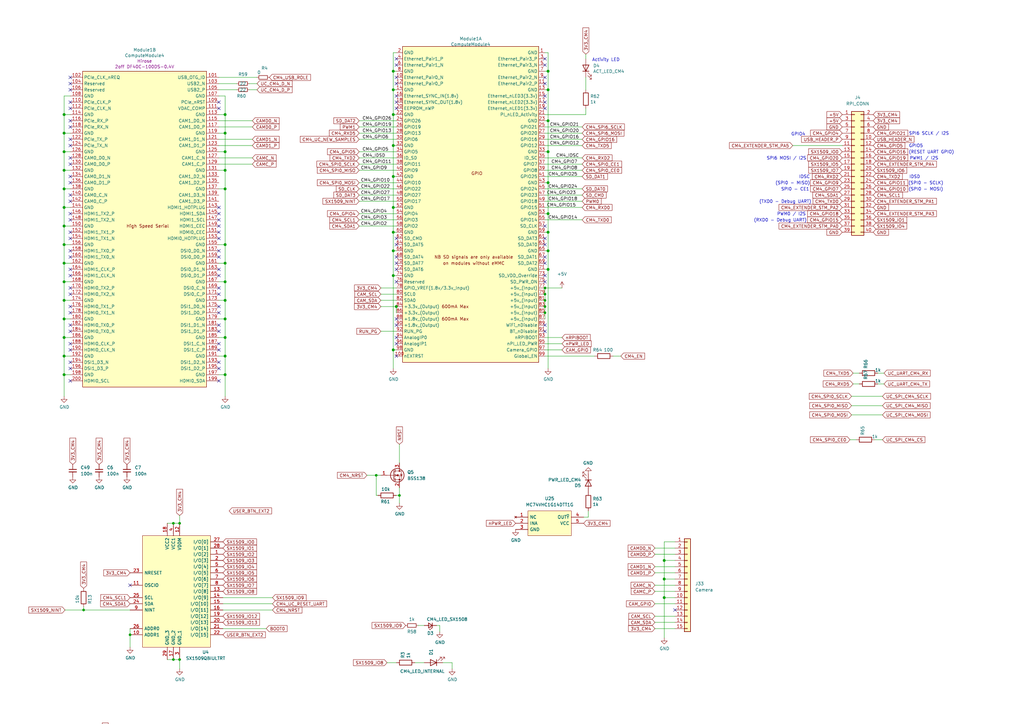
<source format=kicad_sch>
(kicad_sch (version 20231120) (generator "eeschema") (generator_version "8.0")
  (paper "A3")
  (lib_symbols
    (symbol "CM4IO:ComputeModule4-CM4"
      (property "Reference" "Module?" (at -2.54 61.595 0))
      (property "Value" "ComputeModule4" (at -2.54 59.2836 0))
      (symbol "ComputeModule4-CM4_1_0"
        (text "GPIO" (at 0 6.35 0) (effects (font (size 1.27 1.27))))
      )
      (symbol "ComputeModule4-CM4_1_1"
        (text "600mA Max" (at -8.89 -53.34 0) (effects (font (size 1.27 1.27))))
        (text "600mA Max" (at -8.89 -48.26 0) (effects (font (size 1.27 1.27))))
        (text "NB SD signals are only available" (at -1.27 -27.94 0) (effects (font (size 1.27 1.27))))
        (text "on modules without eMMC" (at -1.27 -30.48 0) (effects (font (size 1.27 1.27))))
        (pin power_in line (at 27.94 55.88 180) (length 2.54) (name "GND") (number "1"))
        (pin passive line (at -33.02 45.72 0) (length 2.54) (name "Ethernet_Pair0_N") (number "10"))
        (pin output line (at -33.02 -68.58 0) (length 2.54) (name "nEXTRST") (number "100"))
        (pin passive line (at 27.94 43.18 180) (length 2.54) (name "Ethernet_Pair2_P") (number "11"))
        (pin passive line (at -33.02 43.18 0) (length 2.54) (name "Ethernet_Pair0_P") (number "12"))
        (pin power_in line (at 27.94 40.64 180) (length 2.54) (name "GND") (number "13"))
        (pin power_in line (at -33.02 40.64 0) (length 2.54) (name "GND") (number "14"))
        (pin output line (at 27.94 38.1 180) (length 2.54) (name "Ethernet_nLED3(3.3v)") (number "15"))
        (pin input line (at -33.02 38.1 0) (length 2.54) (name "Ethernet_SYNC_IN(1.8v)") (number "16"))
        (pin output line (at 27.94 35.56 180) (length 2.54) (name "Ethernet_nLED2(3.3v)") (number "17"))
        (pin input line (at -33.02 35.56 0) (length 2.54) (name "Ethernet_SYNC_OUT(1.8v)") (number "18"))
        (pin output line (at 27.94 33.02 180) (length 2.54) (name "Ethernet_nLED1(3.3v)") (number "19"))
        (pin power_in line (at -33.02 55.88 0) (length 2.54) (name "GND") (number "2"))
        (pin passive line (at -33.02 33.02 0) (length 2.54) (name "EEPROM_nWP") (number "20"))
        (pin open_collector line (at 27.94 30.48 180) (length 2.54) (name "PI_nLED_Activity") (number "21"))
        (pin power_in line (at -33.02 30.48 0) (length 2.54) (name "GND") (number "22"))
        (pin power_in line (at 27.94 27.94 180) (length 2.54) (name "GND") (number "23"))
        (pin passive line (at -33.02 27.94 0) (length 2.54) (name "GPIO26") (number "24"))
        (pin passive line (at 27.94 25.4 180) (length 2.54) (name "GPIO21") (number "25"))
        (pin passive line (at -33.02 25.4 0) (length 2.54) (name "GPIO19") (number "26"))
        (pin passive line (at 27.94 22.86 180) (length 2.54) (name "GPIO20") (number "27"))
        (pin passive line (at -33.02 22.86 0) (length 2.54) (name "GPIO13") (number "28"))
        (pin passive line (at 27.94 20.32 180) (length 2.54) (name "GPIO16") (number "29"))
        (pin passive line (at 27.94 53.34 180) (length 2.54) (name "Ethernet_Pair3_P") (number "3"))
        (pin passive line (at -33.02 20.32 0) (length 2.54) (name "GPIO6") (number "30"))
        (pin passive line (at 27.94 17.78 180) (length 2.54) (name "GPIO12") (number "31"))
        (pin power_in line (at -33.02 17.78 0) (length 2.54) (name "GND") (number "32"))
        (pin power_in line (at 27.94 15.24 180) (length 2.54) (name "GND") (number "33"))
        (pin passive line (at -33.02 15.24 0) (length 2.54) (name "GPIO5") (number "34"))
        (pin passive line (at 27.94 12.7 180) (length 2.54) (name "ID_SC") (number "35"))
        (pin passive line (at -33.02 12.7 0) (length 2.54) (name "ID_SD") (number "36"))
        (pin passive line (at 27.94 10.16 180) (length 2.54) (name "GPIO7") (number "37"))
        (pin passive line (at -33.02 10.16 0) (length 2.54) (name "GPIO11") (number "38"))
        (pin passive line (at 27.94 7.62 180) (length 2.54) (name "GPIO8") (number "39"))
        (pin passive line (at -33.02 53.34 0) (length 2.54) (name "Ethernet_Pair1_P") (number "4"))
        (pin passive line (at -33.02 7.62 0) (length 2.54) (name "GPIO9") (number "40"))
        (pin passive line (at 27.94 5.08 180) (length 2.54) (name "GPIO25") (number "41"))
        (pin power_in line (at -33.02 5.08 0) (length 2.54) (name "GND") (number "42"))
        (pin power_in line (at 27.94 2.54 180) (length 2.54) (name "GND") (number "43"))
        (pin passive line (at -33.02 2.54 0) (length 2.54) (name "GPIO10") (number "44"))
        (pin passive line (at 27.94 0 180) (length 2.54) (name "GPIO24") (number "45"))
        (pin passive line (at -33.02 0 0) (length 2.54) (name "GPIO22") (number "46"))
        (pin passive line (at 27.94 -2.54 180) (length 2.54) (name "GPIO23") (number "47"))
        (pin passive line (at -33.02 -2.54 0) (length 2.54) (name "GPIO27") (number "48"))
        (pin passive line (at 27.94 -5.08 180) (length 2.54) (name "GPIO18") (number "49"))
        (pin passive line (at 27.94 50.8 180) (length 2.54) (name "Ethernet_Pair3_N") (number "5"))
        (pin passive line (at -33.02 -5.08 0) (length 2.54) (name "GPIO17") (number "50"))
        (pin passive line (at 27.94 -7.62 180) (length 2.54) (name "GPIO15") (number "51"))
        (pin power_in line (at -33.02 -7.62 0) (length 2.54) (name "GND") (number "52"))
        (pin power_in line (at 27.94 -10.16 180) (length 2.54) (name "GND") (number "53"))
        (pin passive line (at -33.02 -10.16 0) (length 2.54) (name "GPIO4") (number "54"))
        (pin passive line (at 27.94 -12.7 180) (length 2.54) (name "GPIO14") (number "55"))
        (pin passive line (at -33.02 -12.7 0) (length 2.54) (name "GPIO3") (number "56"))
        (pin passive line (at 27.94 -15.24 180) (length 2.54) (name "SD_CLK") (number "57"))
        (pin passive line (at -33.02 -15.24 0) (length 2.54) (name "GPIO2") (number "58"))
        (pin power_in line (at 27.94 -17.78 180) (length 2.54) (name "GND") (number "59"))
        (pin passive line (at -33.02 50.8 0) (length 2.54) (name "Ethernet_Pair1_N") (number "6"))
        (pin power_in line (at -33.02 -17.78 0) (length 2.54) (name "GND") (number "60"))
        (pin passive line (at 27.94 -20.32 180) (length 2.54) (name "SD_DAT3") (number "61"))
        (pin passive line (at -33.02 -20.32 0) (length 2.54) (name "SD_CMD") (number "62"))
        (pin passive line (at 27.94 -22.86 180) (length 2.54) (name "SD_DAT0") (number "63"))
        (pin passive line (at -33.02 -22.86 0) (length 2.54) (name "SD_DAT5") (number "64"))
        (pin power_in line (at 27.94 -25.4 180) (length 2.54) (name "GND") (number "65"))
        (pin power_in line (at -33.02 -25.4 0) (length 2.54) (name "GND") (number "66"))
        (pin passive line (at 27.94 -27.94 180) (length 2.54) (name "SD_DAT1") (number "67"))
        (pin passive line (at -33.02 -27.94 0) (length 2.54) (name "SD_DAT4") (number "68"))
        (pin passive line (at 27.94 -30.48 180) (length 2.54) (name "SD_DAT2") (number "69"))
        (pin power_in line (at 27.94 48.26 180) (length 2.54) (name "GND") (number "7"))
        (pin passive line (at -33.02 -30.48 0) (length 2.54) (name "SD_DAT7") (number "70"))
        (pin power_in line (at 27.94 -33.02 180) (length 2.54) (name "GND") (number "71"))
        (pin passive line (at -33.02 -33.02 0) (length 2.54) (name "SD_DAT6") (number "72"))
        (pin input line (at 27.94 -35.56 180) (length 2.54) (name "SD_VDD_Override") (number "73"))
        (pin power_in line (at -33.02 -35.56 0) (length 2.54) (name "GND") (number "74"))
        (pin output line (at 27.94 -38.1 180) (length 2.54) (name "SD_PWR_ON") (number "75"))
        (pin passive line (at -33.02 -38.1 0) (length 2.54) (name "Reserved") (number "76"))
        (pin power_in line (at 27.94 -40.64 180) (length 2.54) (name "+5v_(Input)") (number "77"))
        (pin power_in line (at -33.02 -40.64 0) (length 2.54) (name "GPIO_VREF(1.8v/3.3v_Input)") (number "78"))
        (pin power_in line (at 27.94 -43.18 180) (length 2.54) (name "+5v_(Input)") (number "79"))
        (pin power_in line (at -33.02 48.26 0) (length 2.54) (name "GND") (number "8"))
        (pin passive line (at -33.02 -43.18 0) (length 2.54) (name "SCL0") (number "80"))
        (pin power_in line (at 27.94 -45.72 180) (length 2.54) (name "+5v_(Input)") (number "81"))
        (pin passive line (at -33.02 -45.72 0) (length 2.54) (name "SDA0") (number "82"))
        (pin power_in line (at 27.94 -48.26 180) (length 2.54) (name "+5v_(Input)") (number "83"))
        (pin power_out line (at -33.02 -48.26 0) (length 2.54) (name "+3.3v_(Output)") (number "84"))
        (pin power_in line (at 27.94 -50.8 180) (length 2.54) (name "+5v_(Input)") (number "85"))
        (pin power_out line (at -33.02 -50.8 0) (length 2.54) (name "+3.3v_(Output)") (number "86"))
        (pin power_in line (at 27.94 -53.34 180) (length 2.54) (name "+5v_(Input)") (number "87"))
        (pin power_out line (at -33.02 -53.34 0) (length 2.54) (name "+1.8v_(Output)") (number "88"))
        (pin power_in line (at 27.94 -55.88 180) (length 2.54) (name "WiFi_nDisable") (number "89"))
        (pin passive line (at 27.94 45.72 180) (length 2.54) (name "Ethernet_Pair2_N") (number "9"))
        (pin power_out line (at -33.02 -55.88 0) (length 2.54) (name "+1.8v_(Output)") (number "90"))
        (pin power_in line (at 27.94 -58.42 180) (length 2.54) (name "BT_nDisable") (number "91"))
        (pin passive line (at -33.02 -58.42 0) (length 2.54) (name "RUN_PG") (number "92"))
        (pin input line (at 27.94 -60.96 180) (length 2.54) (name "nRPIBOOT") (number "93"))
        (pin passive line (at -33.02 -60.96 0) (length 2.54) (name "AnalogIP0") (number "94"))
        (pin output line (at 27.94 -63.5 180) (length 2.54) (name "nPI_LED_PWR") (number "95"))
        (pin passive line (at -33.02 -63.5 0) (length 2.54) (name "AnalogIP1") (number "96"))
        (pin passive line (at 27.94 -66.04 180) (length 2.54) (name "Camera_GPIO") (number "97"))
        (pin power_in line (at -33.02 -66.04 0) (length 2.54) (name "GND") (number "98"))
        (pin input line (at 27.94 -68.58 180) (length 2.54) (name "Global_EN") (number "99"))
      )
      (symbol "ComputeModule4-CM4_2_1"
        (text "High Speed Serial" (at 140.97 0 0) (effects (font (size 1.27 1.27))))
        (pin input line (at 170.18 60.96 180) (length 5.08) (name "USB_OTG_ID") (number "101"))
        (pin input line (at 109.22 60.96 0) (length 5.08) (name "PCIe_CLK_nREQ") (number "102"))
        (pin passive line (at 170.18 58.42 180) (length 5.08) (name "USB2_N") (number "103"))
        (pin passive line (at 109.22 58.42 0) (length 5.08) (name "Reserved") (number "104"))
        (pin passive line (at 170.18 55.88 180) (length 5.08) (name "USB2_P") (number "105"))
        (pin passive line (at 109.22 55.88 0) (length 5.08) (name "Reserved") (number "106"))
        (pin power_in line (at 170.18 53.34 180) (length 5.08) (name "GND") (number "107"))
        (pin power_in line (at 109.22 53.34 0) (length 5.08) (name "GND") (number "108"))
        (pin bidirectional line (at 170.18 50.8 180) (length 5.08) (name "PCIe_nRST") (number "109"))
        (pin output line (at 109.22 50.8 0) (length 5.08) (name "PCIe_CLK_P") (number "110"))
        (pin passive line (at 170.18 48.26 180) (length 5.08) (name "VDAC_COMP") (number "111"))
        (pin output line (at 109.22 48.26 0) (length 5.08) (name "PCIe_CLK_N") (number "112"))
        (pin power_in line (at 170.18 45.72 180) (length 5.08) (name "GND") (number "113"))
        (pin power_in line (at 109.22 45.72 0) (length 5.08) (name "GND") (number "114"))
        (pin input line (at 170.18 43.18 180) (length 5.08) (name "CAM1_D0_N") (number "115"))
        (pin input line (at 109.22 43.18 0) (length 5.08) (name "PCIe_RX_P") (number "116"))
        (pin input line (at 170.18 40.64 180) (length 5.08) (name "CAM1_D0_P") (number "117"))
        (pin input line (at 109.22 40.64 0) (length 5.08) (name "PCIe_RX_N") (number "118"))
        (pin power_in line (at 170.18 38.1 180) (length 5.08) (name "GND") (number "119"))
        (pin power_in line (at 109.22 38.1 0) (length 5.08) (name "GND") (number "120"))
        (pin input line (at 170.18 35.56 180) (length 5.08) (name "CAM1_D1_N") (number "121"))
        (pin output line (at 109.22 35.56 0) (length 5.08) (name "PCIe_TX_P") (number "122"))
        (pin input line (at 170.18 33.02 180) (length 5.08) (name "CAM1_D1_P") (number "123"))
        (pin output line (at 109.22 33.02 0) (length 5.08) (name "PCIe_TX_N") (number "124"))
        (pin power_in line (at 170.18 30.48 180) (length 5.08) (name "GND") (number "125"))
        (pin power_in line (at 109.22 30.48 0) (length 5.08) (name "GND") (number "126"))
        (pin input line (at 170.18 27.94 180) (length 5.08) (name "CAM1_C_N") (number "127"))
        (pin input line (at 109.22 27.94 0) (length 5.08) (name "CAM0_D0_N") (number "128"))
        (pin input line (at 170.18 25.4 180) (length 5.08) (name "CAM1_C_P") (number "129"))
        (pin input line (at 109.22 25.4 0) (length 5.08) (name "CAM0_D0_P") (number "130"))
        (pin power_in line (at 170.18 22.86 180) (length 5.08) (name "GND") (number "131"))
        (pin power_in line (at 109.22 22.86 0) (length 5.08) (name "GND") (number "132"))
        (pin input line (at 170.18 20.32 180) (length 5.08) (name "CAM1_D2_N") (number "133"))
        (pin input line (at 109.22 20.32 0) (length 5.08) (name "CAM0_D1_N") (number "134"))
        (pin input line (at 170.18 17.78 180) (length 5.08) (name "CAM1_D2_P") (number "135"))
        (pin input line (at 109.22 17.78 0) (length 5.08) (name "CAM0_D1_P") (number "136"))
        (pin power_in line (at 170.18 15.24 180) (length 5.08) (name "GND") (number "137"))
        (pin power_in line (at 109.22 15.24 0) (length 5.08) (name "GND") (number "138"))
        (pin input line (at 170.18 12.7 180) (length 5.08) (name "CAM1_D3_N") (number "139"))
        (pin input line (at 109.22 12.7 0) (length 5.08) (name "CAM0_C_N") (number "140"))
        (pin input line (at 170.18 10.16 180) (length 5.08) (name "CAM1_D3_P") (number "141"))
        (pin input line (at 109.22 10.16 0) (length 5.08) (name "CAM0_C_P") (number "142"))
        (pin input line (at 170.18 7.62 180) (length 5.08) (name "HDMI1_HOTPLUG") (number "143"))
        (pin power_in line (at 109.22 7.62 0) (length 5.08) (name "GND") (number "144"))
        (pin bidirectional line (at 170.18 5.08 180) (length 5.08) (name "HDMI1_SDA") (number "145"))
        (pin output line (at 109.22 5.08 0) (length 5.08) (name "HDMI1_TX2_P") (number "146"))
        (pin open_collector line (at 170.18 2.54 180) (length 5.08) (name "HDMI1_SCL") (number "147"))
        (pin output line (at 109.22 2.54 0) (length 5.08) (name "HDMI1_TX2_N") (number "148"))
        (pin open_collector line (at 170.18 0 180) (length 5.08) (name "HDMI1_CEC") (number "149"))
        (pin power_in line (at 109.22 0 0) (length 5.08) (name "GND") (number "150"))
        (pin open_collector line (at 170.18 -2.54 180) (length 5.08) (name "HDMI0_CEC") (number "151"))
        (pin output line (at 109.22 -2.54 0) (length 5.08) (name "HDMI1_TX1_P") (number "152"))
        (pin input line (at 170.18 -5.08 180) (length 5.08) (name "HDMI0_HOTPLUG") (number "153"))
        (pin output line (at 109.22 -5.08 0) (length 5.08) (name "HDMI1_TX1_N") (number "154"))
        (pin power_in line (at 170.18 -7.62 180) (length 5.08) (name "GND") (number "155"))
        (pin power_in line (at 109.22 -7.62 0) (length 5.08) (name "GND") (number "156"))
        (pin output line (at 170.18 -10.16 180) (length 5.08) (name "DSI0_D0_N") (number "157"))
        (pin output line (at 109.22 -10.16 0) (length 5.08) (name "HDMI1_TX0_P") (number "158"))
        (pin output line (at 170.18 -12.7 180) (length 5.08) (name "DSI0_D0_P") (number "159"))
        (pin output line (at 109.22 -12.7 0) (length 5.08) (name "HDMI1_TX0_N") (number "160"))
        (pin power_in line (at 170.18 -15.24 180) (length 5.08) (name "GND") (number "161"))
        (pin power_in line (at 109.22 -15.24 0) (length 5.08) (name "GND") (number "162"))
        (pin output line (at 170.18 -17.78 180) (length 5.08) (name "DSI0_D1_N") (number "163"))
        (pin output line (at 109.22 -17.78 0) (length 5.08) (name "HDMI1_CLK_P") (number "164"))
        (pin output line (at 170.18 -20.32 180) (length 5.08) (name "DSI0_D1_P") (number "165"))
        (pin output line (at 109.22 -20.32 0) (length 5.08) (name "HDMI1_CLK_N") (number "166"))
        (pin power_in line (at 170.18 -22.86 180) (length 5.08) (name "GND") (number "167"))
        (pin power_in line (at 109.22 -22.86 0) (length 5.08) (name "GND") (number "168"))
        (pin output line (at 170.18 -25.4 180) (length 5.08) (name "DSI0_C_N") (number "169"))
        (pin output line (at 109.22 -25.4 0) (length 5.08) (name "HDMI0_TX2_P") (number "170"))
        (pin output line (at 170.18 -27.94 180) (length 5.08) (name "DSI0_C_P") (number "171"))
        (pin output line (at 109.22 -27.94 0) (length 5.08) (name "HDMI0_TX2_N") (number "172"))
        (pin power_in line (at 170.18 -30.48 180) (length 5.08) (name "GND") (number "173"))
        (pin power_in line (at 109.22 -30.48 0) (length 5.08) (name "GND") (number "174"))
        (pin output line (at 170.18 -33.02 180) (length 5.08) (name "DSI1_D0_N") (number "175"))
        (pin output line (at 109.22 -33.02 0) (length 5.08) (name "HDMI0_TX1_P") (number "176"))
        (pin output line (at 170.18 -35.56 180) (length 5.08) (name "DSI1_D0_P") (number "177"))
        (pin output line (at 109.22 -35.56 0) (length 5.08) (name "HDMI0_TX1_N") (number "178"))
        (pin power_in line (at 170.18 -38.1 180) (length 5.08) (name "GND") (number "179"))
        (pin power_in line (at 109.22 -38.1 0) (length 5.08) (name "GND") (number "180"))
        (pin output line (at 170.18 -40.64 180) (length 5.08) (name "DSI1_D1_N") (number "181"))
        (pin output line (at 109.22 -40.64 0) (length 5.08) (name "HDMI0_TX0_P") (number "182"))
        (pin output line (at 170.18 -43.18 180) (length 5.08) (name "DSI1_D1_P") (number "183"))
        (pin output line (at 109.22 -43.18 0) (length 5.08) (name "HDMI0_TX0_N") (number "184"))
        (pin power_in line (at 170.18 -45.72 180) (length 5.08) (name "GND") (number "185"))
        (pin power_in line (at 109.22 -45.72 0) (length 5.08) (name "GND") (number "186"))
        (pin output line (at 170.18 -48.26 180) (length 5.08) (name "DSI1_C_N") (number "187"))
        (pin output line (at 109.22 -48.26 0) (length 5.08) (name "HDMI0_CLK_P") (number "188"))
        (pin output line (at 170.18 -50.8 180) (length 5.08) (name "DSI1_C_P") (number "189"))
        (pin output line (at 109.22 -50.8 0) (length 5.08) (name "HDMI0_CLK_N") (number "190"))
        (pin power_in line (at 170.18 -53.34 180) (length 5.08) (name "GND") (number "191"))
        (pin power_in line (at 109.22 -53.34 0) (length 5.08) (name "GND") (number "192"))
        (pin output line (at 170.18 -55.88 180) (length 5.08) (name "DSI1_D2_N") (number "193"))
        (pin output line (at 109.22 -55.88 0) (length 5.08) (name "DSI1_D3_N") (number "194"))
        (pin output line (at 170.18 -58.42 180) (length 5.08) (name "DSI1_D2_P") (number "195"))
        (pin output line (at 109.22 -58.42 0) (length 5.08) (name "DSI1_D3_P") (number "196"))
        (pin power_in line (at 170.18 -60.96 180) (length 5.08) (name "GND") (number "197"))
        (pin power_in line (at 109.22 -60.96 0) (length 5.08) (name "GND") (number "198"))
        (pin bidirectional line (at 170.18 -63.5 180) (length 5.08) (name "HDMI0_SDA") (number "199"))
        (pin open_collector line (at 109.22 -63.5 0) (length 5.08) (name "HDMI0_SCL") (number "200"))
      )
    )
    (symbol "CM4IO:ComputeModule4-CM4_1"
      (property "Reference" "Module?" (at 139.7 72.263 0))
      (property "Value" "ComputeModule4" (at 139.7 69.9516 0))
      (property "Field4" "Hirose" (at 139.7 67.6656 0))
      (property "Field5" "2off DF40C-100DS-0.4V" (at 139.7 65.3542 0))
      (symbol "ComputeModule4-CM4_1_1_0"
        (text "GPIO" (at 0 6.35 0) (effects (font (size 1.27 1.27))))
      )
      (symbol "ComputeModule4-CM4_1_1_1"
        (text "600mA Max" (at -8.89 -53.34 0) (effects (font (size 1.27 1.27))))
        (text "600mA Max" (at -8.89 -48.26 0) (effects (font (size 1.27 1.27))))
        (text "NB SD signals are only available" (at -1.27 -27.94 0) (effects (font (size 1.27 1.27))))
        (text "on modules without eMMC" (at -1.27 -30.48 0) (effects (font (size 1.27 1.27))))
        (pin power_in line (at 27.94 55.88 180) (length 2.54) (name "GND") (number "1"))
        (pin passive line (at -33.02 45.72 0) (length 2.54) (name "Ethernet_Pair0_N") (number "10"))
        (pin output line (at -33.02 -68.58 0) (length 2.54) (name "nEXTRST") (number "100"))
        (pin passive line (at 27.94 43.18 180) (length 2.54) (name "Ethernet_Pair2_P") (number "11"))
        (pin passive line (at -33.02 43.18 0) (length 2.54) (name "Ethernet_Pair0_P") (number "12"))
        (pin power_in line (at 27.94 40.64 180) (length 2.54) (name "GND") (number "13"))
        (pin power_in line (at -33.02 40.64 0) (length 2.54) (name "GND") (number "14"))
        (pin output line (at 27.94 38.1 180) (length 2.54) (name "Ethernet_nLED3(3.3v)") (number "15"))
        (pin input line (at -33.02 38.1 0) (length 2.54) (name "Ethernet_SYNC_IN(1.8v)") (number "16"))
        (pin output line (at 27.94 35.56 180) (length 2.54) (name "Ethernet_nLED2(3.3v)") (number "17"))
        (pin input line (at -33.02 35.56 0) (length 2.54) (name "Ethernet_SYNC_OUT(1.8v)") (number "18"))
        (pin output line (at 27.94 33.02 180) (length 2.54) (name "Ethernet_nLED1(3.3v)") (number "19"))
        (pin power_in line (at -33.02 55.88 0) (length 2.54) (name "GND") (number "2"))
        (pin passive line (at -33.02 33.02 0) (length 2.54) (name "EEPROM_nWP") (number "20"))
        (pin open_collector line (at 27.94 30.48 180) (length 2.54) (name "PI_nLED_Activity") (number "21"))
        (pin power_in line (at -33.02 30.48 0) (length 2.54) (name "GND") (number "22"))
        (pin power_in line (at 27.94 27.94 180) (length 2.54) (name "GND") (number "23"))
        (pin passive line (at -33.02 27.94 0) (length 2.54) (name "GPIO26") (number "24"))
        (pin passive line (at 27.94 25.4 180) (length 2.54) (name "GPIO21") (number "25"))
        (pin passive line (at -33.02 25.4 0) (length 2.54) (name "GPIO19") (number "26"))
        (pin passive line (at 27.94 22.86 180) (length 2.54) (name "GPIO20") (number "27"))
        (pin passive line (at -33.02 22.86 0) (length 2.54) (name "GPIO13") (number "28"))
        (pin passive line (at 27.94 20.32 180) (length 2.54) (name "GPIO16") (number "29"))
        (pin passive line (at 27.94 53.34 180) (length 2.54) (name "Ethernet_Pair3_P") (number "3"))
        (pin passive line (at -33.02 20.32 0) (length 2.54) (name "GPIO6") (number "30"))
        (pin passive line (at 27.94 17.78 180) (length 2.54) (name "GPIO12") (number "31"))
        (pin power_in line (at -33.02 17.78 0) (length 2.54) (name "GND") (number "32"))
        (pin power_in line (at 27.94 15.24 180) (length 2.54) (name "GND") (number "33"))
        (pin passive line (at -33.02 15.24 0) (length 2.54) (name "GPIO5") (number "34"))
        (pin passive line (at 27.94 12.7 180) (length 2.54) (name "ID_SC") (number "35"))
        (pin passive line (at -33.02 12.7 0) (length 2.54) (name "ID_SD") (number "36"))
        (pin passive line (at 27.94 10.16 180) (length 2.54) (name "GPIO7") (number "37"))
        (pin passive line (at -33.02 10.16 0) (length 2.54) (name "GPIO11") (number "38"))
        (pin passive line (at 27.94 7.62 180) (length 2.54) (name "GPIO8") (number "39"))
        (pin passive line (at -33.02 53.34 0) (length 2.54) (name "Ethernet_Pair1_P") (number "4"))
        (pin passive line (at -33.02 7.62 0) (length 2.54) (name "GPIO9") (number "40"))
        (pin passive line (at 27.94 5.08 180) (length 2.54) (name "GPIO25") (number "41"))
        (pin power_in line (at -33.02 5.08 0) (length 2.54) (name "GND") (number "42"))
        (pin power_in line (at 27.94 2.54 180) (length 2.54) (name "GND") (number "43"))
        (pin passive line (at -33.02 2.54 0) (length 2.54) (name "GPIO10") (number "44"))
        (pin passive line (at 27.94 0 180) (length 2.54) (name "GPIO24") (number "45"))
        (pin passive line (at -33.02 0 0) (length 2.54) (name "GPIO22") (number "46"))
        (pin passive line (at 27.94 -2.54 180) (length 2.54) (name "GPIO23") (number "47"))
        (pin passive line (at -33.02 -2.54 0) (length 2.54) (name "GPIO27") (number "48"))
        (pin passive line (at 27.94 -5.08 180) (length 2.54) (name "GPIO18") (number "49"))
        (pin passive line (at 27.94 50.8 180) (length 2.54) (name "Ethernet_Pair3_N") (number "5"))
        (pin passive line (at -33.02 -5.08 0) (length 2.54) (name "GPIO17") (number "50"))
        (pin passive line (at 27.94 -7.62 180) (length 2.54) (name "GPIO15") (number "51"))
        (pin power_in line (at -33.02 -7.62 0) (length 2.54) (name "GND") (number "52"))
        (pin power_in line (at 27.94 -10.16 180) (length 2.54) (name "GND") (number "53"))
        (pin passive line (at -33.02 -10.16 0) (length 2.54) (name "GPIO4") (number "54"))
        (pin passive line (at 27.94 -12.7 180) (length 2.54) (name "GPIO14") (number "55"))
        (pin passive line (at -33.02 -12.7 0) (length 2.54) (name "GPIO3") (number "56"))
        (pin passive line (at 27.94 -15.24 180) (length 2.54) (name "SD_CLK") (number "57"))
        (pin passive line (at -33.02 -15.24 0) (length 2.54) (name "GPIO2") (number "58"))
        (pin power_in line (at 27.94 -17.78 180) (length 2.54) (name "GND") (number "59"))
        (pin passive line (at -33.02 50.8 0) (length 2.54) (name "Ethernet_Pair1_N") (number "6"))
        (pin power_in line (at -33.02 -17.78 0) (length 2.54) (name "GND") (number "60"))
        (pin passive line (at 27.94 -20.32 180) (length 2.54) (name "SD_DAT3") (number "61"))
        (pin passive line (at -33.02 -20.32 0) (length 2.54) (name "SD_CMD") (number "62"))
        (pin passive line (at 27.94 -22.86 180) (length 2.54) (name "SD_DAT0") (number "63"))
        (pin passive line (at -33.02 -22.86 0) (length 2.54) (name "SD_DAT5") (number "64"))
        (pin power_in line (at 27.94 -25.4 180) (length 2.54) (name "GND") (number "65"))
        (pin power_in line (at -33.02 -25.4 0) (length 2.54) (name "GND") (number "66"))
        (pin passive line (at 27.94 -27.94 180) (length 2.54) (name "SD_DAT1") (number "67"))
        (pin passive line (at -33.02 -27.94 0) (length 2.54) (name "SD_DAT4") (number "68"))
        (pin passive line (at 27.94 -30.48 180) (length 2.54) (name "SD_DAT2") (number "69"))
        (pin power_in line (at 27.94 48.26 180) (length 2.54) (name "GND") (number "7"))
        (pin passive line (at -33.02 -30.48 0) (length 2.54) (name "SD_DAT7") (number "70"))
        (pin power_in line (at 27.94 -33.02 180) (length 2.54) (name "GND") (number "71"))
        (pin passive line (at -33.02 -33.02 0) (length 2.54) (name "SD_DAT6") (number "72"))
        (pin input line (at 27.94 -35.56 180) (length 2.54) (name "SD_VDD_Override") (number "73"))
        (pin power_in line (at -33.02 -35.56 0) (length 2.54) (name "GND") (number "74"))
        (pin output line (at 27.94 -38.1 180) (length 2.54) (name "SD_PWR_ON") (number "75"))
        (pin passive line (at -33.02 -38.1 0) (length 2.54) (name "Reserved") (number "76"))
        (pin power_in line (at 27.94 -40.64 180) (length 2.54) (name "+5v_(Input)") (number "77"))
        (pin power_in line (at -33.02 -40.64 0) (length 2.54) (name "GPIO_VREF(1.8v/3.3v_Input)") (number "78"))
        (pin power_in line (at 27.94 -43.18 180) (length 2.54) (name "+5v_(Input)") (number "79"))
        (pin power_in line (at -33.02 48.26 0) (length 2.54) (name "GND") (number "8"))
        (pin passive line (at -33.02 -43.18 0) (length 2.54) (name "SCL0") (number "80"))
        (pin power_in line (at 27.94 -45.72 180) (length 2.54) (name "+5v_(Input)") (number "81"))
        (pin passive line (at -33.02 -45.72 0) (length 2.54) (name "SDA0") (number "82"))
        (pin power_in line (at 27.94 -48.26 180) (length 2.54) (name "+5v_(Input)") (number "83"))
        (pin power_out line (at -33.02 -48.26 0) (length 2.54) (name "+3.3v_(Output)") (number "84"))
        (pin power_in line (at 27.94 -50.8 180) (length 2.54) (name "+5v_(Input)") (number "85"))
        (pin power_out line (at -33.02 -50.8 0) (length 2.54) (name "+3.3v_(Output)") (number "86"))
        (pin power_in line (at 27.94 -53.34 180) (length 2.54) (name "+5v_(Input)") (number "87"))
        (pin power_out line (at -33.02 -53.34 0) (length 2.54) (name "+1.8v_(Output)") (number "88"))
        (pin power_in line (at 27.94 -55.88 180) (length 2.54) (name "WiFi_nDisable") (number "89"))
        (pin passive line (at 27.94 45.72 180) (length 2.54) (name "Ethernet_Pair2_N") (number "9"))
        (pin power_out line (at -33.02 -55.88 0) (length 2.54) (name "+1.8v_(Output)") (number "90"))
        (pin power_in line (at 27.94 -58.42 180) (length 2.54) (name "BT_nDisable") (number "91"))
        (pin passive line (at -33.02 -58.42 0) (length 2.54) (name "RUN_PG") (number "92"))
        (pin input line (at 27.94 -60.96 180) (length 2.54) (name "nRPIBOOT") (number "93"))
        (pin passive line (at -33.02 -60.96 0) (length 2.54) (name "AnalogIP0") (number "94"))
        (pin output line (at 27.94 -63.5 180) (length 2.54) (name "nPI_LED_PWR") (number "95"))
        (pin passive line (at -33.02 -63.5 0) (length 2.54) (name "AnalogIP1") (number "96"))
        (pin passive line (at 27.94 -66.04 180) (length 2.54) (name "Camera_GPIO") (number "97"))
        (pin power_in line (at -33.02 -66.04 0) (length 2.54) (name "GND") (number "98"))
        (pin input line (at 27.94 -68.58 180) (length 2.54) (name "Global_EN") (number "99"))
      )
      (symbol "ComputeModule4-CM4_1_2_1"
        (text "High Speed Serial" (at 140.97 0 0) (effects (font (size 1.27 1.27))))
        (pin input line (at 170.18 60.96 180) (length 5.08) (name "USB_OTG_ID") (number "101"))
        (pin input line (at 109.22 60.96 0) (length 5.08) (name "PCIe_CLK_nREQ") (number "102"))
        (pin passive line (at 170.18 58.42 180) (length 5.08) (name "USB2_N") (number "103"))
        (pin passive line (at 109.22 58.42 0) (length 5.08) (name "Reserved") (number "104"))
        (pin passive line (at 170.18 55.88 180) (length 5.08) (name "USB2_P") (number "105"))
        (pin passive line (at 109.22 55.88 0) (length 5.08) (name "Reserved") (number "106"))
        (pin power_in line (at 170.18 53.34 180) (length 5.08) (name "GND") (number "107"))
        (pin power_in line (at 109.22 53.34 0) (length 5.08) (name "GND") (number "108"))
        (pin bidirectional line (at 170.18 50.8 180) (length 5.08) (name "PCIe_nRST") (number "109"))
        (pin output line (at 109.22 50.8 0) (length 5.08) (name "PCIe_CLK_P") (number "110"))
        (pin passive line (at 170.18 48.26 180) (length 5.08) (name "VDAC_COMP") (number "111"))
        (pin output line (at 109.22 48.26 0) (length 5.08) (name "PCIe_CLK_N") (number "112"))
        (pin power_in line (at 170.18 45.72 180) (length 5.08) (name "GND") (number "113"))
        (pin power_in line (at 109.22 45.72 0) (length 5.08) (name "GND") (number "114"))
        (pin input line (at 170.18 43.18 180) (length 5.08) (name "CAM1_D0_N") (number "115"))
        (pin input line (at 109.22 43.18 0) (length 5.08) (name "PCIe_RX_P") (number "116"))
        (pin input line (at 170.18 40.64 180) (length 5.08) (name "CAM1_D0_P") (number "117"))
        (pin input line (at 109.22 40.64 0) (length 5.08) (name "PCIe_RX_N") (number "118"))
        (pin power_in line (at 170.18 38.1 180) (length 5.08) (name "GND") (number "119"))
        (pin power_in line (at 109.22 38.1 0) (length 5.08) (name "GND") (number "120"))
        (pin input line (at 170.18 35.56 180) (length 5.08) (name "CAM1_D1_N") (number "121"))
        (pin output line (at 109.22 35.56 0) (length 5.08) (name "PCIe_TX_P") (number "122"))
        (pin input line (at 170.18 33.02 180) (length 5.08) (name "CAM1_D1_P") (number "123"))
        (pin output line (at 109.22 33.02 0) (length 5.08) (name "PCIe_TX_N") (number "124"))
        (pin power_in line (at 170.18 30.48 180) (length 5.08) (name "GND") (number "125"))
        (pin power_in line (at 109.22 30.48 0) (length 5.08) (name "GND") (number "126"))
        (pin input line (at 170.18 27.94 180) (length 5.08) (name "CAM1_C_N") (number "127"))
        (pin input line (at 109.22 27.94 0) (length 5.08) (name "CAM0_D0_N") (number "128"))
        (pin input line (at 170.18 25.4 180) (length 5.08) (name "CAM1_C_P") (number "129"))
        (pin input line (at 109.22 25.4 0) (length 5.08) (name "CAM0_D0_P") (number "130"))
        (pin power_in line (at 170.18 22.86 180) (length 5.08) (name "GND") (number "131"))
        (pin power_in line (at 109.22 22.86 0) (length 5.08) (name "GND") (number "132"))
        (pin input line (at 170.18 20.32 180) (length 5.08) (name "CAM1_D2_N") (number "133"))
        (pin input line (at 109.22 20.32 0) (length 5.08) (name "CAM0_D1_N") (number "134"))
        (pin input line (at 170.18 17.78 180) (length 5.08) (name "CAM1_D2_P") (number "135"))
        (pin input line (at 109.22 17.78 0) (length 5.08) (name "CAM0_D1_P") (number "136"))
        (pin power_in line (at 170.18 15.24 180) (length 5.08) (name "GND") (number "137"))
        (pin power_in line (at 109.22 15.24 0) (length 5.08) (name "GND") (number "138"))
        (pin input line (at 170.18 12.7 180) (length 5.08) (name "CAM1_D3_N") (number "139"))
        (pin input line (at 109.22 12.7 0) (length 5.08) (name "CAM0_C_N") (number "140"))
        (pin input line (at 170.18 10.16 180) (length 5.08) (name "CAM1_D3_P") (number "141"))
        (pin input line (at 109.22 10.16 0) (length 5.08) (name "CAM0_C_P") (number "142"))
        (pin input line (at 170.18 7.62 180) (length 5.08) (name "HDMI1_HOTPLUG") (number "143"))
        (pin power_in line (at 109.22 7.62 0) (length 5.08) (name "GND") (number "144"))
        (pin bidirectional line (at 170.18 5.08 180) (length 5.08) (name "HDMI1_SDA") (number "145"))
        (pin output line (at 109.22 5.08 0) (length 5.08) (name "HDMI1_TX2_P") (number "146"))
        (pin open_collector line (at 170.18 2.54 180) (length 5.08) (name "HDMI1_SCL") (number "147"))
        (pin output line (at 109.22 2.54 0) (length 5.08) (name "HDMI1_TX2_N") (number "148"))
        (pin open_collector line (at 170.18 0 180) (length 5.08) (name "HDMI1_CEC") (number "149"))
        (pin power_in line (at 109.22 0 0) (length 5.08) (name "GND") (number "150"))
        (pin open_collector line (at 170.18 -2.54 180) (length 5.08) (name "HDMI0_CEC") (number "151"))
        (pin output line (at 109.22 -2.54 0) (length 5.08) (name "HDMI1_TX1_P") (number "152"))
        (pin input line (at 170.18 -5.08 180) (length 5.08) (name "HDMI0_HOTPLUG") (number "153"))
        (pin output line (at 109.22 -5.08 0) (length 5.08) (name "HDMI1_TX1_N") (number "154"))
        (pin power_in line (at 170.18 -7.62 180) (length 5.08) (name "GND") (number "155"))
        (pin power_in line (at 109.22 -7.62 0) (length 5.08) (name "GND") (number "156"))
        (pin output line (at 170.18 -10.16 180) (length 5.08) (name "DSI0_D0_N") (number "157"))
        (pin output line (at 109.22 -10.16 0) (length 5.08) (name "HDMI1_TX0_P") (number "158"))
        (pin output line (at 170.18 -12.7 180) (length 5.08) (name "DSI0_D0_P") (number "159"))
        (pin output line (at 109.22 -12.7 0) (length 5.08) (name "HDMI1_TX0_N") (number "160"))
        (pin power_in line (at 170.18 -15.24 180) (length 5.08) (name "GND") (number "161"))
        (pin power_in line (at 109.22 -15.24 0) (length 5.08) (name "GND") (number "162"))
        (pin output line (at 170.18 -17.78 180) (length 5.08) (name "DSI0_D1_N") (number "163"))
        (pin output line (at 109.22 -17.78 0) (length 5.08) (name "HDMI1_CLK_P") (number "164"))
        (pin output line (at 170.18 -20.32 180) (length 5.08) (name "DSI0_D1_P") (number "165"))
        (pin output line (at 109.22 -20.32 0) (length 5.08) (name "HDMI1_CLK_N") (number "166"))
        (pin power_in line (at 170.18 -22.86 180) (length 5.08) (name "GND") (number "167"))
        (pin power_in line (at 109.22 -22.86 0) (length 5.08) (name "GND") (number "168"))
        (pin output line (at 170.18 -25.4 180) (length 5.08) (name "DSI0_C_N") (number "169"))
        (pin output line (at 109.22 -25.4 0) (length 5.08) (name "HDMI0_TX2_P") (number "170"))
        (pin output line (at 170.18 -27.94 180) (length 5.08) (name "DSI0_C_P") (number "171"))
        (pin output line (at 109.22 -27.94 0) (length 5.08) (name "HDMI0_TX2_N") (number "172"))
        (pin power_in line (at 170.18 -30.48 180) (length 5.08) (name "GND") (number "173"))
        (pin power_in line (at 109.22 -30.48 0) (length 5.08) (name "GND") (number "174"))
        (pin output line (at 170.18 -33.02 180) (length 5.08) (name "DSI1_D0_N") (number "175"))
        (pin output line (at 109.22 -33.02 0) (length 5.08) (name "HDMI0_TX1_P") (number "176"))
        (pin output line (at 170.18 -35.56 180) (length 5.08) (name "DSI1_D0_P") (number "177"))
        (pin output line (at 109.22 -35.56 0) (length 5.08) (name "HDMI0_TX1_N") (number "178"))
        (pin power_in line (at 170.18 -38.1 180) (length 5.08) (name "GND") (number "179"))
        (pin power_in line (at 109.22 -38.1 0) (length 5.08) (name "GND") (number "180"))
        (pin output line (at 170.18 -40.64 180) (length 5.08) (name "DSI1_D1_N") (number "181"))
        (pin output line (at 109.22 -40.64 0) (length 5.08) (name "HDMI0_TX0_P") (number "182"))
        (pin output line (at 170.18 -43.18 180) (length 5.08) (name "DSI1_D1_P") (number "183"))
        (pin output line (at 109.22 -43.18 0) (length 5.08) (name "HDMI0_TX0_N") (number "184"))
        (pin power_in line (at 170.18 -45.72 180) (length 5.08) (name "GND") (number "185"))
        (pin power_in line (at 109.22 -45.72 0) (length 5.08) (name "GND") (number "186"))
        (pin output line (at 170.18 -48.26 180) (length 5.08) (name "DSI1_C_N") (number "187"))
        (pin output line (at 109.22 -48.26 0) (length 5.08) (name "HDMI0_CLK_P") (number "188"))
        (pin output line (at 170.18 -50.8 180) (length 5.08) (name "DSI1_C_P") (number "189"))
        (pin output line (at 109.22 -50.8 0) (length 5.08) (name "HDMI0_CLK_N") (number "190"))
        (pin power_in line (at 170.18 -53.34 180) (length 5.08) (name "GND") (number "191"))
        (pin power_in line (at 109.22 -53.34 0) (length 5.08) (name "GND") (number "192"))
        (pin output line (at 170.18 -55.88 180) (length 5.08) (name "DSI1_D2_N") (number "193"))
        (pin output line (at 109.22 -55.88 0) (length 5.08) (name "DSI1_D3_N") (number "194"))
        (pin output line (at 170.18 -58.42 180) (length 5.08) (name "DSI1_D2_P") (number "195"))
        (pin output line (at 109.22 -58.42 0) (length 5.08) (name "DSI1_D3_P") (number "196"))
        (pin power_in line (at 170.18 -60.96 180) (length 5.08) (name "GND") (number "197"))
        (pin power_in line (at 109.22 -60.96 0) (length 5.08) (name "GND") (number "198"))
        (pin bidirectional line (at 170.18 -63.5 180) (length 5.08) (name "HDMI0_SDA") (number "199"))
        (pin open_collector line (at 109.22 -63.5 0) (length 5.08) (name "HDMI0_SCL") (number "200"))
      )
    )
    (symbol "Connector_Generic:Conn_01x04" (pin_names (offset 1.016) hide)
      (property "Reference" "J" (at 0 5.08 0))
      (property "Value" "Conn_01x04" (at 0 -7.62 0))
      (symbol "Conn_01x04_1_1"
        (pin passive line (at -5.08 2.54 0) (length 3.81) (name "Pin_1") (number "1"))
        (pin passive line (at -5.08 0 0) (length 3.81) (name "Pin_2") (number "2"))
        (pin passive line (at -5.08 -2.54 0) (length 3.81) (name "Pin_3") (number "3"))
        (pin passive line (at -5.08 -5.08 0) (length 3.81) (name "Pin_4") (number "4"))
      )
    )
    (symbol "Connector_Generic:Conn_01x15" (pin_names (offset 1.016) hide)
      (property "Reference" "J" (at 0 20.32 0))
      (property "Value" "Conn_01x15" (at 0 -20.32 0))
      (symbol "Conn_01x15_1_1"
        (pin passive line (at -5.08 17.78 0) (length 3.81) (name "Pin_1") (number "1"))
        (pin passive line (at -5.08 -5.08 0) (length 3.81) (name "Pin_10") (number "10"))
        (pin passive line (at -5.08 -7.62 0) (length 3.81) (name "Pin_11") (number "11"))
        (pin passive line (at -5.08 -10.16 0) (length 3.81) (name "Pin_12") (number "12"))
        (pin passive line (at -5.08 -12.7 0) (length 3.81) (name "Pin_13") (number "13"))
        (pin passive line (at -5.08 -15.24 0) (length 3.81) (name "Pin_14") (number "14"))
        (pin passive line (at -5.08 -17.78 0) (length 3.81) (name "Pin_15") (number "15"))
        (pin passive line (at -5.08 15.24 0) (length 3.81) (name "Pin_2") (number "2"))
        (pin passive line (at -5.08 12.7 0) (length 3.81) (name "Pin_3") (number "3"))
        (pin passive line (at -5.08 10.16 0) (length 3.81) (name "Pin_4") (number "4"))
        (pin passive line (at -5.08 7.62 0) (length 3.81) (name "Pin_5") (number "5"))
        (pin passive line (at -5.08 5.08 0) (length 3.81) (name "Pin_6") (number "6"))
        (pin passive line (at -5.08 2.54 0) (length 3.81) (name "Pin_7") (number "7"))
        (pin passive line (at -5.08 0 0) (length 3.81) (name "Pin_8") (number "8"))
        (pin passive line (at -5.08 -2.54 0) (length 3.81) (name "Pin_9") (number "9"))
      )
    )
    (symbol "Connector_Generic:Conn_02x20_Odd_Even" (pin_names (offset 1.016) hide)
      (property "Reference" "J" (at 1.27 25.4 0))
      (property "Value" "Conn_02x20_Odd_Even" (at 1.27 -27.94 0))
      (symbol "Conn_02x20_Odd_Even_1_1"
        (pin passive line (at -5.08 22.86 0) (length 3.81) (name "Pin_1") (number "1"))
        (pin passive line (at 7.62 12.7 180) (length 3.81) (name "Pin_10") (number "10"))
        (pin passive line (at -5.08 10.16 0) (length 3.81) (name "Pin_11") (number "11"))
        (pin passive line (at 7.62 10.16 180) (length 3.81) (name "Pin_12") (number "12"))
        (pin passive line (at -5.08 7.62 0) (length 3.81) (name "Pin_13") (number "13"))
        (pin passive line (at 7.62 7.62 180) (length 3.81) (name "Pin_14") (number "14"))
        (pin passive line (at -5.08 5.08 0) (length 3.81) (name "Pin_15") (number "15"))
        (pin passive line (at 7.62 5.08 180) (length 3.81) (name "Pin_16") (number "16"))
        (pin passive line (at -5.08 2.54 0) (length 3.81) (name "Pin_17") (number "17"))
        (pin passive line (at 7.62 2.54 180) (length 3.81) (name "Pin_18") (number "18"))
        (pin passive line (at -5.08 0 0) (length 3.81) (name "Pin_19") (number "19"))
        (pin passive line (at 7.62 22.86 180) (length 3.81) (name "Pin_2") (number "2"))
        (pin passive line (at 7.62 0 180) (length 3.81) (name "Pin_20") (number "20"))
        (pin passive line (at -5.08 -2.54 0) (length 3.81) (name "Pin_21") (number "21"))
        (pin passive line (at 7.62 -2.54 180) (length 3.81) (name "Pin_22") (number "22"))
        (pin passive line (at -5.08 -5.08 0) (length 3.81) (name "Pin_23") (number "23"))
        (pin passive line (at 7.62 -5.08 180) (length 3.81) (name "Pin_24") (number "24"))
        (pin passive line (at -5.08 -7.62 0) (length 3.81) (name "Pin_25") (number "25"))
        (pin passive line (at 7.62 -7.62 180) (length 3.81) (name "Pin_26") (number "26"))
        (pin passive line (at -5.08 -10.16 0) (length 3.81) (name "Pin_27") (number "27"))
        (pin passive line (at 7.62 -10.16 180) (length 3.81) (name "Pin_28") (number "28"))
        (pin passive line (at -5.08 -12.7 0) (length 3.81) (name "Pin_29") (number "29"))
        (pin passive line (at -5.08 20.32 0) (length 3.81) (name "Pin_3") (number "3"))
        (pin passive line (at 7.62 -12.7 180) (length 3.81) (name "Pin_30") (number "30"))
        (pin passive line (at -5.08 -15.24 0) (length 3.81) (name "Pin_31") (number "31"))
        (pin passive line (at 7.62 -15.24 180) (length 3.81) (name "Pin_32") (number "32"))
        (pin passive line (at -5.08 -17.78 0) (length 3.81) (name "Pin_33") (number "33"))
        (pin passive line (at 7.62 -17.78 180) (length 3.81) (name "Pin_34") (number "34"))
        (pin passive line (at -5.08 -20.32 0) (length 3.81) (name "Pin_35") (number "35"))
        (pin passive line (at 7.62 -20.32 180) (length 3.81) (name "Pin_36") (number "36"))
        (pin passive line (at -5.08 -22.86 0) (length 3.81) (name "Pin_37") (number "37"))
        (pin passive line (at 7.62 -22.86 180) (length 3.81) (name "Pin_38") (number "38"))
        (pin passive line (at -5.08 -25.4 0) (length 3.81) (name "Pin_39") (number "39"))
        (pin passive line (at 7.62 20.32 180) (length 3.81) (name "Pin_4") (number "4"))
        (pin passive line (at 7.62 -25.4 180) (length 3.81) (name "Pin_40") (number "40"))
        (pin passive line (at -5.08 17.78 0) (length 3.81) (name "Pin_5") (number "5"))
        (pin passive line (at 7.62 17.78 180) (length 3.81) (name "Pin_6") (number "6"))
        (pin passive line (at -5.08 15.24 0) (length 3.81) (name "Pin_7") (number "7"))
        (pin passive line (at 7.62 15.24 180) (length 3.81) (name "Pin_8") (number "8"))
        (pin passive line (at -5.08 12.7 0) (length 3.81) (name "Pin_9") (number "9"))
      )
    )
    (symbol "Device:C_Small" (pin_numbers hide) (pin_names (offset 0.254) hide)
      (property "Reference" "C" (at 0.254 1.778 0))
      (property "Value" "C_Small" (at 0.254 -2.032 0))
      (symbol "C_Small_1_1"
        (pin passive line (at 0 2.54 270) (length 2.032) (name "~") (number "1"))
        (pin passive line (at 0 -2.54 90) (length 2.032) (name "~") (number "2"))
      )
    )
    (symbol "Device:LED" (pin_numbers hide) (pin_names hide)
      (property "Reference" "D" (at 0 2.54 0))
      (property "Value" "LED" (at 0 -2.54 0))
      (symbol "LED_1_1"
        (pin passive line (at -3.81 0 0) (length 2.54) (name "K") (number "1"))
        (pin passive line (at 3.81 0 180) (length 2.54) (name "A") (number "2"))
      )
    )
    (symbol "Device:R" (pin_numbers hide) (pin_names (offset 0))
      (property "Reference" "R" (at 2.032 0 90))
      (property "Value" "R" (at 0 0 90))
      (symbol "R_1_1"
        (pin passive line (at 0 3.81 270) (length 1.27) (name "~") (number "1"))
        (pin passive line (at 0 -3.81 90) (length 1.27) (name "~") (number "2"))
      )
    )
    (symbol "Device:R_Small" (pin_numbers hide) (pin_names (offset 0.254) hide)
      (property "Reference" "R" (at 0.762 0.508 0))
      (property "Value" "R_Small" (at 0.762 -1.016 0))
      (symbol "R_Small_1_1"
        (pin passive line (at 0 2.54 270) (length 0.762) (name "~") (number "1"))
        (pin passive line (at 0 -2.54 90) (length 0.762) (name "~") (number "2"))
      )
    )
    (symbol "LED_Small_1" (pin_numbers hide) (pin_names (offset 0.254) hide)
      (property "Reference" "D" (at -1.27 3.175 0))
      (property "Value" "LED_Small_1" (at -4.445 -2.54 0))
      (symbol "LED_Small_1_1_1"
        (pin passive line (at -2.54 0 0) (length 1.778) (name "K") (number "1"))
        (pin passive line (at 2.54 0 180) (length 1.778) (name "A") (number "2"))
      )
    )
    (symbol "MCU_ST_STM32G0:STM32G071GBUx"
      (property "Reference" "U" (at -10.16 21.59 0))
      (property "Value" "STM32G071GBUx" (at 5.08 21.59 0))
      (symbol "STM32G071GBUx_1_1"
        (pin bidirectional line (at -12.7 10.16 0) (length 2.54) (name "PC14") (number "1"))
        (pin bidirectional line (at 15.24 7.62 180) (length 2.54) (name "PA4") (number "10"))
        (pin bidirectional line (at 15.24 5.08 180) (length 2.54) (name "PA5") (number "11"))
        (pin bidirectional line (at 15.24 2.54 180) (length 2.54) (name "PA6") (number "12"))
        (pin bidirectional line (at 15.24 0 180) (length 2.54) (name "PA7") (number "13"))
        (pin bidirectional line (at -12.7 2.54 0) (length 2.54) (name "PB0") (number "14"))
        (pin bidirectional line (at -12.7 0 0) (length 2.54) (name "PB1") (number "15"))
        (pin bidirectional line (at 15.24 -2.54 180) (length 2.54) (name "PA8") (number "16"))
        (pin bidirectional line (at -12.7 12.7 0) (length 2.54) (name "PC6") (number "17"))
        (pin bidirectional line (at 15.24 -5.08 180) (length 2.54) (name "PA11/PA9") (number "18"))
        (pin bidirectional line (at 15.24 -7.62 180) (length 2.54) (name "PA12/PA10") (number "19"))
        (pin bidirectional line (at -12.7 7.62 0) (length 2.54) (name "PC15") (number "2"))
        (pin bidirectional line (at 15.24 -10.16 180) (length 2.54) (name "PA13") (number "20"))
        (pin bidirectional line (at 15.24 -12.7 180) (length 2.54) (name "PA14") (number "21"))
        (pin bidirectional line (at 15.24 -15.24 180) (length 2.54) (name "PA15") (number "22"))
        (pin bidirectional line (at -12.7 -2.54 0) (length 2.54) (name "PB3") (number "23"))
        (pin bidirectional line (at -12.7 -5.08 0) (length 2.54) (name "PB4") (number "24"))
        (pin bidirectional line (at -12.7 -7.62 0) (length 2.54) (name "PB5") (number "25"))
        (pin bidirectional line (at -12.7 -10.16 0) (length 2.54) (name "PB6") (number "26"))
        (pin bidirectional line (at -12.7 -12.7 0) (length 2.54) (name "PB7") (number "27"))
        (pin bidirectional line (at -12.7 -15.24 0) (length 2.54) (name "PB8") (number "28"))
        (pin power_in line (at 2.54 22.86 270) (length 2.54) (name "VDD") (number "3"))
        (pin power_in line (at 2.54 -22.86 90) (length 2.54) (name "VSS") (number "4"))
        (pin bidirectional line (at -12.7 17.78 0) (length 2.54) (name "PF2") (number "5"))
        (pin bidirectional line (at 15.24 17.78 180) (length 2.54) (name "PA0") (number "6"))
        (pin bidirectional line (at 15.24 15.24 180) (length 2.54) (name "PA1") (number "7"))
        (pin bidirectional line (at 15.24 12.7 180) (length 2.54) (name "PA2") (number "8"))
        (pin bidirectional line (at 15.24 10.16 180) (length 2.54) (name "PA3") (number "9"))
      )
    )
    (symbol "Transistor_FET:BSS138" (pin_names hide)
      (property "Reference" "Q" (at 5.08 1.905 0))
      (property "Value" "BSS138" (at 5.08 0 0))
      (symbol "BSS138_1_1"
        (pin input line (at -5.08 0 0) (length 2.54) (name "G") (number "1"))
        (pin passive line (at 2.54 -5.08 90) (length 2.54) (name "S") (number "2"))
        (pin passive line (at 2.54 5.08 270) (length 2.54) (name "D") (number "3"))
      )
    )
    (symbol "downloaded_parts:MC74VHC1G14DTT1G" (pin_names (offset 0.762))
      (property "Reference" "U21" (at 13.97 7.62 0))
      (property "Value" "MC74VHC1G14DTT1G" (at 13.97 5.08 0))
      (symbol "MC74VHC1G14DTT1G_0_0"
        (pin no_connect line (at 0 0 0) (length 5.08) (name "NC") (number "1"))
        (pin input line (at 0 -2.54 0) (length 5.08) (name "INA") (number "2"))
        (pin power_in line (at 0 -5.08 0) (length 5.08) (name "GND") (number "3"))
        (pin output line (at 27.94 0 180) (length 5.08) (name "OUT~{Y}") (number "4"))
        (pin power_in line (at 27.94 -2.54 180) (length 5.08) (name "VCC") (number "5"))
      )
    )
    (symbol "downloaded_parts:SX1509QBIULTRT" (pin_names (offset 0.762))
      (property "Reference" "IC1" (at 67.564 -20.3514 0))
      (property "Value" "SX1509QBIULTRT" (at 67.564 -22.8914 0))
      (symbol "SX1509QBIULTRT_0_0"
        (pin passive line (at 106.68 -34.29 180) (length 5.08) (name "I/O[2]") (number "1"))
        (pin passive line (at 68.58 -67.31 0) (length 5.08) (name "ADDR1") (number "10"))
        (pin passive line (at 68.58 -46.99 0) (length 5.08) (name "OSCIO") (number "11"))
        (pin passive line (at 88.9 -21.59 270) (length 5.08) (name "VDDM") (number "12"))
        (pin passive line (at 106.68 -49.53 180) (length 5.08) (name "I/O[8]") (number "13"))
        (pin passive line (at 106.68 -52.07 180) (length 5.08) (name "I/O[9]") (number "14"))
        (pin passive line (at 106.68 -54.61 180) (length 5.08) (name "I/O[10]") (number "15"))
        (pin passive line (at 106.68 -57.15 180) (length 5.08) (name "I/O[11]") (number "16"))
        (pin passive line (at 86.36 -77.47 90) (length 5.08) (name "GND_2") (number "17"))
        (pin passive line (at 83.82 -21.59 270) (length 5.08) (name "VCC2") (number "18"))
        (pin passive line (at 106.68 -59.69 180) (length 5.08) (name "I/O[12]") (number "19"))
        (pin passive line (at 106.68 -36.83 180) (length 5.08) (name "I/O[3]") (number "2"))
        (pin passive line (at 106.68 -62.23 180) (length 5.08) (name "I/O[13]") (number "20"))
        (pin passive line (at 106.68 -64.77 180) (length 5.08) (name "I/O[14]") (number "21"))
        (pin passive line (at 106.68 -67.31 180) (length 5.08) (name "I/O[15]") (number "22"))
        (pin passive line (at 68.58 -41.91 0) (length 5.08) (name "NRESET") (number "23"))
        (pin passive line (at 68.58 -54.61 0) (length 5.08) (name "SDA") (number "24"))
        (pin passive line (at 68.58 -52.07 0) (length 5.08) (name "SCL") (number "25"))
        (pin passive line (at 68.58 -64.77 0) (length 5.08) (name "ADDR0") (number "26"))
        (pin passive line (at 106.68 -29.21 180) (length 5.08) (name "I/O[0]") (number "27"))
        (pin passive line (at 106.68 -31.75 180) (length 5.08) (name "I/O[1]") (number "28"))
        (pin passive line (at 83.82 -77.47 90) (length 5.08) (name "GND_3") (number "29"))
        (pin passive line (at 88.9 -77.47 90) (length 5.08) (name "GND_1") (number "3"))
        (pin passive line (at 86.36 -21.59 270) (length 5.08) (name "VCC1") (number "4"))
        (pin passive line (at 106.68 -39.37 180) (length 5.08) (name "I/O[4]") (number "5"))
        (pin passive line (at 106.68 -41.91 180) (length 5.08) (name "I/O[5]") (number "6"))
        (pin passive line (at 106.68 -44.45 180) (length 5.08) (name "I/O[6]") (number "7"))
        (pin passive line (at 106.68 -46.99 180) (length 5.08) (name "I/O[7]") (number "8"))
        (pin passive line (at 68.58 -57.15 0) (length 5.08) (name "NINT") (number "9"))
      )
    )
    (symbol "power:+5V" (power) (pin_names (offset 0))
      (property "Value" "+5V" (at 0 3.556 0))
      (symbol "+5V_1_1"
        (pin power_in line (at 0 0 90) (length 0) hide (name "+5V") (number "1"))
      )
    )
    (symbol "power:GND" (power) (pin_names (offset 0))
      (property "Value" "GND" (at 0 -3.81 0))
      (symbol "GND_1_1"
        (pin power_in line (at 0 0 270) (length 0) hide (name "GND") (number "1"))
      )
    )
  )
  (junction (at 92.329 130.81) (diameter 1.016))
  (junction (at 26.289 77.47) (diameter 1.016))
  (junction (at 161.29 59.69) (diameter 1.016))
  (junction (at 224.79 36.83) (diameter 1.016))
  (junction (at 161.29 46.99) (diameter 1.016))
  (junction (at 26.289 138.43) (diameter 1.016))
  (junction (at 161.29 113.03) (diameter 1.016))
  (junction (at 92.329 100.33) (diameter 1.016))
  (junction (at 272.415 245.11) (diameter 1.016))
  (junction (at 26.289 130.81) (diameter 1.016))
  (junction (at 223.52 125.73))
  (junction (at 224.79 74.93) (diameter 1.016))
  (junction (at 92.329 46.99) (diameter 1.016))
  (junction (at 26.289 69.85) (diameter 1.016))
  (junction (at 224.79 49.53) (diameter 1.016))
  (junction (at 71.12 270.51))
  (junction (at 26.289 46.99) (diameter 1.016))
  (junction (at 224.79 95.25) (diameter 1.016))
  (junction (at 161.29 36.83) (diameter 1.016))
  (junction (at 71.12 214.63))
  (junction (at 92.329 138.43) (diameter 1.016))
  (junction (at 26.289 85.09) (diameter 1.016))
  (junction (at 26.289 62.23) (diameter 1.016))
  (junction (at 224.79 29.21) (diameter 1.016))
  (junction (at 272.415 229.87) (diameter 1.016))
  (junction (at 223.52 123.19))
  (junction (at 26.289 123.19) (diameter 1.016))
  (junction (at 224.79 62.23) (diameter 1.016))
  (junction (at 92.329 69.85) (diameter 1.016))
  (junction (at 161.29 29.21) (diameter 1.016))
  (junction (at 73.66 214.63))
  (junction (at 161.29 72.39) (diameter 1.016))
  (junction (at 26.289 54.61) (diameter 1.016))
  (junction (at 92.329 115.57) (diameter 1.016))
  (junction (at 272.415 237.49) (diameter 1.016))
  (junction (at 161.29 143.51) (diameter 1.016))
  (junction (at 26.289 92.71) (diameter 1.016))
  (junction (at 223.52 118.11))
  (junction (at 161.29 95.25) (diameter 1.016))
  (junction (at 53.34 260.35))
  (junction (at 26.289 115.57) (diameter 1.016))
  (junction (at 92.329 153.67) (diameter 1.016))
  (junction (at 162.56 125.73) (diameter 1.016))
  (junction (at 224.79 87.63) (diameter 1.016))
  (junction (at 92.329 107.95) (diameter 1.016))
  (junction (at 26.289 107.95) (diameter 1.016))
  (junction (at 223.52 128.27))
  (junction (at 92.329 146.05) (diameter 1.016))
  (junction (at 92.329 54.61) (diameter 1.016))
  (junction (at 34.29 250.19))
  (junction (at 26.289 153.67) (diameter 1.016))
  (junction (at 161.29 85.09) (diameter 1.016))
  (junction (at 224.79 102.87) (diameter 1.016))
  (junction (at 154.305 194.945))
  (junction (at 223.52 120.65))
  (junction (at 161.29 102.87) (diameter 1.016))
  (junction (at 92.329 123.19) (diameter 1.016))
  (junction (at 92.329 77.47) (diameter 1.016))
  (junction (at 73.66 270.51))
  (junction (at 26.289 100.33) (diameter 1.016))
  (junction (at 26.289 146.05) (diameter 1.016))
  (junction (at 163.83 203.2))
  (junction (at 224.79 110.49) (diameter 1.016))
  (junction (at 92.329 62.23) (diameter 1.016))
  (no_connect (at 89.789 105.41))
  (no_connect (at 89.789 120.65))
  (no_connect (at 162.56 44.45))
  (no_connect (at 28.829 105.41))
  (no_connect (at 28.829 72.39))
  (no_connect (at 28.829 110.49))
  (no_connect (at 28.829 67.31))
  (no_connect (at 89.789 110.49))
  (no_connect (at 89.789 151.13))
  (no_connect (at 223.52 26.67))
  (no_connect (at 28.829 36.83))
  (no_connect (at 28.829 41.91))
  (no_connect (at 28.829 87.63))
  (no_connect (at 162.56 130.81))
  (no_connect (at 28.829 80.01))
  (no_connect (at 28.829 31.75))
  (no_connect (at 28.829 90.17))
  (no_connect (at 45.72 322.58))
  (no_connect (at 89.789 128.27))
  (no_connect (at 223.52 100.33))
  (no_connect (at 28.829 128.27))
  (no_connect (at 223.52 31.75))
  (no_connect (at 89.789 148.59))
  (no_connect (at 162.56 133.35))
  (no_connect (at 89.789 133.35))
  (no_connect (at 28.829 102.87))
  (no_connect (at 28.829 118.11))
  (no_connect (at 28.829 133.35))
  (no_connect (at 89.789 97.79))
  (no_connect (at 276.86 250.19))
  (no_connect (at 223.52 135.89))
  (no_connect (at 223.52 105.41))
  (no_connect (at 28.829 52.07))
  (no_connect (at 28.829 57.15))
  (no_connect (at 223.52 44.45))
  (no_connect (at 28.829 113.03))
  (no_connect (at 162.56 138.43))
  (no_connect (at 162.56 140.97))
  (no_connect (at 162.56 97.79))
  (no_connect (at 28.829 120.65))
  (no_connect (at 28.829 148.59))
  (no_connect (at 162.56 107.95))
  (no_connect (at 223.52 39.37))
  (no_connect (at 89.789 92.71))
  (no_connect (at 28.829 97.79))
  (no_connect (at 28.829 143.51))
  (no_connect (at 28.829 74.93))
  (no_connect (at 162.56 39.37))
  (no_connect (at 223.52 115.57))
  (no_connect (at 162.56 34.29))
  (no_connect (at 28.829 44.45))
  (no_connect (at 28.829 140.97))
  (no_connect (at 89.789 95.25))
  (no_connect (at 28.829 49.53))
  (no_connect (at 223.52 24.13))
  (no_connect (at 223.52 107.95))
  (no_connect (at 89.789 41.91))
  (no_connect (at 89.789 143.51))
  (no_connect (at 223.52 41.91))
  (no_connect (at 28.829 34.29))
  (no_connect (at 28.829 156.21))
  (no_connect (at 89.789 118.11))
  (no_connect (at 162.56 31.75))
  (no_connect (at 89.789 85.09))
  (no_connect (at 89.789 90.17))
  (no_connect (at 89.789 125.73))
  (no_connect (at 28.829 64.77))
  (no_connect (at 89.789 156.21))
  (no_connect (at 28.829 59.69))
  (no_connect (at 162.56 110.49))
  (no_connect (at 28.829 125.73))
  (no_connect (at 223.52 34.29))
  (no_connect (at 162.56 24.13))
  (no_connect (at 89.789 87.63))
  (no_connect (at 89.789 44.45))
  (no_connect (at 28.829 95.25))
  (no_connect (at 28.829 151.13))
  (no_connect (at 162.56 100.33))
  (no_connect (at 223.52 97.79))
  (no_connect (at 162.56 146.05))
  (no_connect (at 223.52 92.71))
  (no_connect (at 162.56 105.41))
  (no_connect (at 89.789 102.87))
  (no_connect (at 162.56 115.57))
  (no_connect (at 162.56 41.91))
  (no_connect (at 223.52 113.03))
  (no_connect (at 89.789 140.97))
  (no_connect (at 162.56 26.67))
  (no_connect (at 28.829 82.55))
  (no_connect (at 89.789 113.03))
  (no_connect (at 28.829 135.89))
  (no_connect (at 223.52 133.35))
  (no_connect (at 53.34 240.03))
  (no_connect (at 89.789 135.89))
  (wire (pts (xy 223.52 57.15) (xy 238.76 57.15)))
  (wire (pts (xy 223.52 120.65) (xy 223.52 123.19)))
  (wire (pts (xy 68.58 270.51) (xy 71.12 270.51)))
  (wire (pts (xy 161.29 95.25) (xy 162.56 95.25)))
  (wire (pts (xy 147.32 82.55) (xy 162.56 82.55)))
  (wire (pts (xy 28.829 39.37) (xy 26.289 39.37)))
  (wire (pts (xy 92.329 77.47) (xy 92.329 69.85)))
  (wire (pts (xy 89.789 46.99) (xy 92.329 46.99)))
  (wire (pts (xy 224.79 110.49) (xy 224.79 151.13)))
  (wire (pts (xy 147.32 74.93) (xy 162.56 74.93)))
  (wire (pts (xy 268.605 234.95) (xy 276.86 234.95)))
  (wire (pts (xy 92.329 54.61) (xy 92.329 46.99)))
  (wire (pts (xy 223.52 52.07) (xy 238.76 52.07)))
  (wire (pts (xy 91.44 250.19) (xy 111.76 250.19)))
  (wire (pts (xy 223.52 64.77) (xy 238.76 64.77)))
  (wire (pts (xy 92.329 130.81) (xy 92.329 138.43)))
  (wire (pts (xy 156.21 125.73) (xy 162.56 125.73)))
  (wire (pts (xy 272.415 245.11) (xy 272.415 261.62)))
  (wire (pts (xy 251.46 146.05) (xy 254.635 146.05)))
  (wire (pts (xy 268.605 255.27) (xy 276.86 255.27)))
  (wire (pts (xy 89.789 54.61) (xy 92.329 54.61)))
  (wire (pts (xy 161.29 46.99) (xy 162.56 46.99)))
  (wire (pts (xy 163.83 200.025) (xy 163.83 203.2)))
  (wire (pts (xy 223.52 62.23) (xy 224.79 62.23)))
  (wire (pts (xy 92.329 77.47) (xy 92.329 100.33)))
  (wire (pts (xy 147.32 57.15) (xy 162.56 57.15)))
  (wire (pts (xy 26.289 138.43) (xy 26.289 146.05)))
  (wire (pts (xy 241.3 209.55) (xy 241.3 212.09)))
  (wire (pts (xy 26.289 138.43) (xy 28.829 138.43)))
  (wire (pts (xy 223.52 29.21) (xy 224.79 29.21)))
  (wire (pts (xy 223.52 54.61) (xy 238.76 54.61)))
  (wire (pts (xy 180.34 256.54) (xy 179.07 256.54)))
  (wire (pts (xy 89.789 146.05) (xy 92.329 146.05)))
  (wire (pts (xy 268.605 252.73) (xy 276.86 252.73)))
  (wire (pts (xy 89.789 62.23) (xy 92.329 62.23)))
  (wire (pts (xy 161.29 21.59) (xy 161.29 29.21)))
  (wire (pts (xy 26.289 54.61) (xy 28.829 54.61)))
  (wire (pts (xy 147.32 80.01) (xy 162.56 80.01)))
  (wire (pts (xy 161.29 113.03) (xy 162.56 113.03)))
  (wire (pts (xy 103.505 49.53) (xy 89.789 49.53)))
  (wire (pts (xy 156.21 118.11) (xy 162.56 118.11)))
  (wire (pts (xy 147.32 69.85) (xy 162.56 69.85)))
  (wire (pts (xy 161.29 102.87) (xy 161.29 113.03)))
  (wire (pts (xy 224.79 74.93) (xy 224.79 87.63)))
  (wire (pts (xy 26.289 130.81) (xy 28.829 130.81)))
  (wire (pts (xy 161.29 59.69) (xy 161.29 72.39)))
  (wire (pts (xy 26.289 107.95) (xy 28.829 107.95)))
  (wire (pts (xy 272.415 229.87) (xy 276.86 229.87)))
  (wire (pts (xy 268.605 227.33) (xy 276.86 227.33)))
  (wire (pts (xy 224.79 62.23) (xy 224.79 74.93)))
  (wire (pts (xy 26.289 153.67) (xy 26.289 162.56)))
  (wire (pts (xy 34.29 250.19) (xy 34.29 248.92)))
  (wire (pts (xy 223.52 146.05) (xy 243.84 146.05)))
  (wire (pts (xy 92.329 69.85) (xy 92.329 62.23)))
  (wire (pts (xy 358.775 180.34) (xy 361.95 180.34)))
  (wire (pts (xy 349.25 170.18) (xy 361.95 170.18)))
  (wire (pts (xy 268.605 257.81) (xy 276.86 257.81)))
  (wire (pts (xy 26.289 123.19) (xy 28.829 123.19)))
  (wire (pts (xy 224.79 21.59) (xy 224.79 29.21)))
  (wire (pts (xy 147.32 54.61) (xy 162.56 54.61)))
  (wire (pts (xy 349.885 153.035) (xy 352.425 153.035)))
  (wire (pts (xy 53.34 260.35) (xy 53.34 265.43)))
  (wire (pts (xy 223.52 140.97) (xy 230.505 140.97)))
  (wire (pts (xy 26.289 115.57) (xy 28.829 115.57)))
  (wire (pts (xy 185.42 271.78) (xy 181.61 271.78)))
  (wire (pts (xy 53.34 250.19) (xy 34.29 250.19)))
  (wire (pts (xy 161.29 143.51) (xy 161.29 151.13)))
  (wire (pts (xy 147.32 49.53) (xy 162.56 49.53)))
  (wire (pts (xy 102.235 34.29) (xy 105.41 34.29)))
  (wire (pts (xy 161.29 36.83) (xy 161.29 46.99)))
  (wire (pts (xy 26.289 100.33) (xy 26.289 107.95)))
  (wire (pts (xy 223.52 82.55) (xy 238.76 82.55)))
  (wire (pts (xy 223.52 110.49) (xy 224.79 110.49)))
  (wire (pts (xy 89.789 115.57) (xy 92.329 115.57)))
  (wire (pts (xy 147.32 90.17) (xy 162.56 90.17)))
  (wire (pts (xy 223.52 72.39) (xy 238.76 72.39)))
  (wire (pts (xy 161.29 72.39) (xy 162.56 72.39)))
  (wire (pts (xy 102.235 36.83) (xy 105.41 36.83)))
  (wire (pts (xy 92.329 107.95) (xy 92.329 115.57)))
  (wire (pts (xy 91.44 245.11) (xy 111.76 245.11)))
  (wire (pts (xy 224.79 29.21) (xy 224.79 36.83)))
  (wire (pts (xy 325.12 59.69) (xy 345.44 59.69)))
  (wire (pts (xy 89.789 69.85) (xy 92.329 69.85)))
  (wire (pts (xy 147.32 67.31) (xy 162.56 67.31)))
  (wire (pts (xy 147.32 52.07) (xy 162.56 52.07)))
  (wire (pts (xy 147.32 87.63) (xy 162.56 87.63)))
  (wire (pts (xy 154.305 194.945) (xy 156.21 194.945)))
  (wire (pts (xy 223.52 21.59) (xy 224.79 21.59)))
  (wire (pts (xy 240.284 22.225) (xy 240.284 24.13)))
  (wire (pts (xy 224.79 87.63) (xy 224.79 95.25)))
  (wire (pts (xy 162.56 29.21) (xy 161.29 29.21)))
  (wire (pts (xy 161.29 113.03) (xy 161.29 143.51)))
  (wire (pts (xy 28.829 153.67) (xy 26.289 153.67)))
  (wire (pts (xy 89.789 100.33) (xy 92.329 100.33)))
  (wire (pts (xy 223.52 77.47) (xy 238.76 77.47)))
  (wire (pts (xy 73.66 270.51) (xy 73.66 274.32)))
  (wire (pts (xy 223.52 143.51) (xy 230.505 143.51)))
  (wire (pts (xy 161.29 102.87) (xy 162.56 102.87)))
  (wire (pts (xy 147.32 62.23) (xy 162.56 62.23)))
  (wire (pts (xy 162.56 143.51) (xy 161.29 143.51)))
  (wire (pts (xy 26.289 123.19) (xy 26.289 130.81)))
  (wire (pts (xy 272.415 229.87) (xy 272.415 237.49)))
  (wire (pts (xy 162.56 21.59) (xy 161.29 21.59)))
  (wire (pts (xy 92.329 146.05) (xy 92.329 153.67)))
  (wire (pts (xy 272.415 222.25) (xy 272.415 229.87)))
  (wire (pts (xy 161.29 46.99) (xy 161.29 59.69)))
  (wire (pts (xy 26.289 69.85) (xy 28.829 69.85)))
  (wire (pts (xy 161.29 95.25) (xy 161.29 102.87)))
  (wire (pts (xy 224.79 95.25) (xy 224.79 102.87)))
  (wire (pts (xy 89.789 123.19) (xy 92.329 123.19)))
  (wire (pts (xy 26.289 77.47) (xy 26.289 85.09)))
  (wire (pts (xy 91.44 247.65) (xy 111.76 247.65)))
  (wire (pts (xy 26.289 46.99) (xy 28.829 46.99)))
  (wire (pts (xy 147.32 64.77) (xy 162.56 64.77)))
  (wire (pts (xy 89.789 107.95) (xy 92.329 107.95)))
  (wire (pts (xy 360.045 153.035) (xy 362.585 153.035)))
  (wire (pts (xy 223.52 90.17) (xy 238.76 90.17)))
  (wire (pts (xy 26.289 115.57) (xy 26.289 123.19)))
  (wire (pts (xy 26.289 107.95) (xy 26.289 115.57)))
  (wire (pts (xy 92.329 115.57) (xy 92.329 123.19)))
  (wire (pts (xy 103.505 57.15) (xy 89.789 57.15)))
  (wire (pts (xy 162.56 203.2) (xy 163.83 203.2)))
  (wire (pts (xy 26.289 77.47) (xy 28.829 77.47)))
  (wire (pts (xy 171.45 256.54) (xy 173.99 256.54)))
  (wire (pts (xy 268.605 240.03) (xy 276.86 240.03)))
  (wire (pts (xy 161.29 59.69) (xy 162.56 59.69)))
  (wire (pts (xy 223.52 69.85) (xy 238.76 69.85)))
  (wire (pts (xy 92.329 153.67) (xy 92.329 162.56)))
  (wire (pts (xy 26.289 100.33) (xy 28.829 100.33)))
  (wire (pts (xy 241.3 212.09) (xy 239.395 212.09)))
  (wire (pts (xy 92.329 100.33) (xy 92.329 107.95)))
  (wire (pts (xy 73.66 211.455) (xy 73.66 214.63)))
  (wire (pts (xy 224.79 102.87) (xy 224.79 110.49)))
  (wire (pts (xy 163.83 203.2) (xy 163.83 206.375)))
  (wire (pts (xy 26.67 250.19) (xy 34.29 250.19)))
  (wire (pts (xy 89.789 67.31) (xy 103.505 67.31)))
  (wire (pts (xy 92.329 123.19) (xy 92.329 130.81)))
  (wire (pts (xy 89.789 130.81) (xy 92.329 130.81)))
  (wire (pts (xy 348.615 180.34) (xy 351.155 180.34)))
  (wire (pts (xy 26.289 85.09) (xy 26.289 92.71)))
  (wire (pts (xy 223.52 123.19) (xy 223.52 125.73)))
  (wire (pts (xy 26.289 46.99) (xy 26.289 54.61)))
  (wire (pts (xy 26.289 62.23) (xy 28.829 62.23)))
  (wire (pts (xy 89.789 36.83) (xy 97.155 36.83)))
  (wire (pts (xy 103.505 59.69) (xy 89.789 59.69)))
  (wire (pts (xy 362.585 157.48) (xy 360.045 157.48)))
  (wire (pts (xy 156.21 135.89) (xy 162.56 135.89)))
  (wire (pts (xy 28.829 146.05) (xy 26.289 146.05)))
  (wire (pts (xy 26.289 130.81) (xy 26.289 138.43)))
  (wire (pts (xy 224.79 36.83) (xy 224.79 49.53)))
  (wire (pts (xy 26.289 146.05) (xy 26.289 153.67)))
  (wire (pts (xy 89.789 138.43) (xy 92.329 138.43)))
  (wire (pts (xy 158.75 271.78) (xy 162.56 271.78)))
  (wire (pts (xy 230.505 118.11) (xy 223.52 118.11)))
  (wire (pts (xy 223.52 49.53) (xy 224.79 49.53)))
  (wire (pts (xy 268.605 242.57) (xy 276.86 242.57)))
  (wire (pts (xy 147.32 92.71) (xy 162.56 92.71)))
  (wire (pts (xy 161.29 85.09) (xy 162.56 85.09)))
  (wire (pts (xy 223.52 80.01) (xy 238.76 80.01)))
  (wire (pts (xy 71.12 214.63) (xy 73.66 214.63)))
  (wire (pts (xy 223.52 36.83) (xy 224.79 36.83)))
  (wire (pts (xy 71.12 270.51) (xy 73.66 270.51)))
  (wire (pts (xy 349.25 162.56) (xy 361.95 162.56)))
  (wire (pts (xy 92.329 46.99) (xy 92.329 39.37)))
  (wire (pts (xy 272.415 237.49) (xy 272.415 245.11)))
  (wire (pts (xy 26.289 85.09) (xy 28.829 85.09)))
  (wire (pts (xy 103.505 52.07) (xy 89.789 52.07)))
  (wire (pts (xy 268.605 247.65) (xy 276.86 247.65)))
  (wire (pts (xy 223.52 118.11) (xy 223.52 120.65)))
  (wire (pts (xy 272.415 245.11) (xy 276.86 245.11)))
  (wire (pts (xy 89.789 153.67) (xy 92.329 153.67)))
  (wire (pts (xy 268.605 224.79) (xy 276.86 224.79)))
  (wire (pts (xy 92.329 138.43) (xy 92.329 146.05)))
  (wire (pts (xy 223.52 67.31) (xy 238.76 67.31)))
  (wire (pts (xy 240.284 31.75) (xy 240.284 36.83)))
  (wire (pts (xy 223.52 95.25) (xy 224.79 95.25)))
  (wire (pts (xy 162.56 128.27) (xy 162.56 125.73)))
  (wire (pts (xy 89.789 34.29) (xy 97.155 34.29)))
  (wire (pts (xy 162.56 36.83) (xy 161.29 36.83)))
  (wire (pts (xy 89.789 64.77) (xy 103.505 64.77)))
  (wire (pts (xy 223.52 87.63) (xy 224.79 87.63)))
  (wire (pts (xy 156.21 120.65) (xy 162.56 120.65)))
  (wire (pts (xy 170.18 271.78) (xy 173.99 271.78)))
  (wire (pts (xy 26.289 62.23) (xy 26.289 69.85)))
  (wire (pts (xy 26.289 54.61) (xy 26.289 62.23)))
  (wire (pts (xy 89.789 31.75) (xy 105.41 31.75)))
  (wire (pts (xy 185.42 274.32) (xy 185.42 271.78)))
  (wire (pts (xy 147.32 77.47) (xy 162.56 77.47)))
  (wire (pts (xy 180.34 259.08) (xy 180.34 256.54)))
  (wire (pts (xy 223.52 74.93) (xy 224.79 74.93)))
  (wire (pts (xy 268.605 232.41) (xy 276.86 232.41)))
  (wire (pts (xy 154.305 203.2) (xy 154.94 203.2)))
  (wire (pts (xy 223.52 125.73) (xy 223.52 128.27)))
  (wire (pts (xy 91.44 257.81) (xy 109.22 257.81)))
  (wire (pts (xy 53.34 257.81) (xy 53.34 260.35)))
  (wire (pts (xy 89.789 77.47) (xy 92.329 77.47)))
  (wire (pts (xy 352.425 157.48) (xy 349.885 157.48)))
  (wire (pts (xy 161.29 85.09) (xy 161.29 95.25)))
  (wire (pts (xy 349.25 166.37) (xy 361.95 166.37)))
  (wire (pts (xy 68.58 214.63) (xy 71.12 214.63)))
  (wire (pts (xy 163.83 182.245) (xy 163.83 189.865)))
  (wire (pts (xy 161.29 29.21) (xy 161.29 36.83)))
  (wire (pts (xy 26.289 92.71) (xy 26.289 100.33)))
  (wire (pts (xy 276.86 222.25) (xy 272.415 222.25)))
  (wire (pts (xy 224.79 49.53) (xy 224.79 62.23)))
  (wire (pts (xy 150.495 194.945) (xy 154.305 194.945)))
  (wire (pts (xy 223.52 59.69) (xy 238.76 59.69)))
  (wire (pts (xy 223.52 102.87) (xy 224.79 102.87)))
  (wire (pts (xy 92.329 62.23) (xy 92.329 54.61)))
  (wire (pts (xy 26.289 92.71) (xy 28.829 92.71)))
  (wire (pts (xy 223.52 46.99) (xy 240.284 46.99)))
  (wire (pts (xy 92.329 39.37) (xy 89.789 39.37)))
  (wire (pts (xy 223.52 85.09) (xy 238.76 85.09)))
  (wire (pts (xy 272.415 237.49) (xy 276.86 237.49)))
  (wire (pts (xy 223.52 128.27) (xy 223.52 130.81)))
  (wire (pts (xy 26.289 39.37) (xy 26.289 46.99)))
  (wire (pts (xy 161.29 72.39) (xy 161.29 85.09)))
  (wire (pts (xy 240.284 46.99) (xy 240.284 44.45)))
  (wire (pts (xy 26.289 69.85) (xy 26.289 77.47)))
  (wire (pts (xy 223.52 138.43) (xy 230.505 138.43)))
  (wire (pts (xy 156.21 123.19) (xy 162.56 123.19)))
  (wire (pts (xy 154.305 194.945) (xy 154.305 203.2)))
  (text "SPI6 MOSI / I2S" (at 322.58 65.024 0) (effects (font (size 1.27 1.27))))
  (text "(SPI0 - MOSI)" (at 379.73 77.724 0) (effects (font (size 1.27 1.27))))
  (text "GPIO5" (at 375.666 59.944 0) (effects (font (size 1.27 1.27))))
  (text "PWM1 / I2S" (at 378.968 65.024 0) (effects (font (size 1.27 1.27))))
  (text "PWM0 / I2S" (at 324.612 87.884 0) (effects (font (size 1.27 1.27))))
  (text "(SPI0 - MISO)" (at 325.12 75.184 0) (effects (font (size 1.27 1.27))))
  (text "SPI0 - CE1" (at 326.136 77.724 0) (effects (font (size 1.27 1.27))))
  (text "SPI6 SCLK / I2S" (at 381 54.864 0) (effects (font (size 1.27 1.27))))
  (text "GPIO4" (at 327.406 55.118 0) (effects (font (size 1.27 1.27))))
  (text "Activity LED" (at 242.824 25.4 0) (effects (font (size 1.27 1.27)) (justify left bottom)))
  (text "(TXD0 - Debug UART)" (at 322.072 82.804 0) (effects (font (size 1.27 1.27))))
  (text "(RXD0 - Debug UART)" (at 320.04 90.424 0) (effects (font (size 1.27 1.27))))
  (text "(SPI0 - SCLK)" (at 379.73 75.184 0) (effects (font (size 1.27 1.27))))
  (text "(RESET UART GPIO)" (at 382.016 62.484 0) (effects (font (size 1.27 1.27))))
  (text "IDSC" (at 329.946 72.644 0) (effects (font (size 1.27 1.27))))
  (text "IDSD" (at 375.158 72.644 0) (effects (font (size 1.27 1.27))))
  (label "CM4_GPIO26" (at 148.59 49.53 0))
  (label "CM4_GPIO10" (at 147.955 74.93 0))
  (label "CM4_GPIO7" (at 236.855 67.31 180))
  (label "CM4_GPIO4" (at 147.955 87.63 0))
  (label "CM4_GPIO12" (at 237.49 59.69 180))
  (label "CM4_GPIO27" (at 147.955 80.01 0))
  (label "CM4_GPIO16" (at 237.49 57.15 180))
  (label "CM4_GPIO15" (at 236.22 85.09 180))
  (label "CM4_GPIO6" (at 148.59 57.15 0))
  (label "CM4_GPIO11" (at 148.59 67.31 0))
  (label "CM4_GPIO25" (at 236.855 72.39 180))
  (label "CM4_GPIO23" (at 236.22 80.01 180))
  (label "CM4_GPIO24" (at 236.855 77.47 180))
  (label "CM4_IDSC" (at 237.49 64.77 180))
  (label "CM4_GPIO18" (at 236.855 82.55 180))
  (label "CM4_GPIO5" (at 148.59 62.23 0))
  (label "CM4_GPIO9" (at 147.955 69.85 0))
  (label "CM4_GPIO13" (at 148.59 54.61 0))
  (label "CM4_GPIO3" (at 147.955 90.17 0))
  (label "CM4_GPIO19" (at 148.59 52.07 0))
  (label "CM4_GPIO21" (at 237.49 52.07 180))
  (label "CM4_GPIO2" (at 147.955 92.71 0))
  (label "CM4_GPIO20" (at 237.49 54.61 180))
  (label "CM4_GPIO14" (at 236.855 90.17 180))
  (label "CM4_GPIO17" (at 147.955 82.55 0))
  (label "CM4_GPIO8" (at 236.855 69.85 180))
  (label "CM4_GPIO22" (at 147.955 77.47 0))
  (label "CM4_IDSD" (at 148.59 64.77 0))
  (global_label "3V3_CM4" (shape input) (at 156.21 125.73 180) (property "Intersheetrefs" "${INTERSHEET_REFS}" (effects (hide yes))))
  (global_label "SD_CMD" (shape input) (at 238.76 80.01 0) (property "Intersheetrefs" "${INTERSHEET_REFS}" (effects (hide yes))))
  (global_label "CM4_NRST" (shape input) (at 111.76 250.19 0) (property "Intersheetrefs" "${INTERSHEET_REFS}" (effects (hide yes))))
  (global_label "CM4_EXTENDER_STM_PA1" (shape input) (at 73.66 325.12 0) (property "Intersheetrefs" "${INTERSHEET_REFS}" (effects (hide yes))))
  (global_label "CM4_RXD0" (shape input) (at 238.76 85.09 0) (property "Intersheetrefs" "${INTERSHEET_REFS}" (effects (hide yes))))
  (global_label "SX1509_IO9" (shape input) (at 111.76 245.11 0) (property "Intersheetrefs" "${INTERSHEET_REFS}" (effects (hide yes))))
  (global_label "GND" (shape input) (at 345.44 95.25 180) (property "Intersheetrefs" "${INTERSHEET_REFS}" (effects (hide yes))))
  (global_label "3V3_CM4" (shape input) (at 43.18 307.34 90) (property "Intersheetrefs" "${INTERSHEET_REFS}" (effects (hide yes))))
  (global_label "CM4_EXTENDER_STM_PA2" (shape input) (at 73.66 327.66 0) (property "Intersheetrefs" "${INTERSHEET_REFS}" (effects (hide yes))))
  (global_label "CM4_GPIO5" (shape input) (at 147.32 62.23 180) (property "Intersheetrefs" "${INTERSHEET_REFS}" (effects (hide yes))))
  (global_label "3V3_CM4" (shape input) (at 73.66 211.455 90) (property "Intersheetrefs" "${INTERSHEET_REFS}" (effects (hide yes))))
  (global_label "UC_SPI_CM4_SCLK" (shape input) (at 361.95 162.56 0) (property "Intersheetrefs" "${INTERSHEET_REFS}" (effects (hide yes))))
  (global_label "CM4_SDA1" (shape input) (at 73.66 347.98 0) (property "Intersheetrefs" "${INTERSHEET_REFS}" (effects (hide yes))))
  (global_label "SX1509_IO8" (shape input) (at 158.75 271.78 180) (property "Intersheetrefs" "${INTERSHEET_REFS}" (effects (hide yes))))
  (global_label "CM4_EXTENDER_STM_PA3" (shape input) (at 73.66 330.2 0) (property "Intersheetrefs" "${INTERSHEET_REFS}" (effects (hide yes))))
  (global_label "SD_DAT3" (shape input) (at 147.32 80.01 180) (property "Intersheetrefs" "${INTERSHEET_REFS}" (effects (hide yes))))
  (global_label "CAM_SDA" (shape input) (at 268.605 255.27 180) (property "Intersheetrefs" "${INTERSHEET_REFS}" (effects (hide yes))))
  (global_label "CAMD0_N" (shape input) (at 103.505 49.53 0) (property "Intersheetrefs" "${INTERSHEET_REFS}" (effects (hide yes))))
  (global_label "CM4_RXD2" (shape input) (at 345.44 72.39 180) (property "Intersheetrefs" "${INTERSHEET_REFS}" (effects (hide yes))))
  (global_label "SD_CLK" (shape input) (at 147.32 77.47 180) (property "Intersheetrefs" "${INTERSHEET_REFS}" (effects (hide yes))))
  (global_label "USER_BTN_EXT2" (shape input) (at 91.44 260.35 0) (property "Intersheetrefs" "${INTERSHEET_REFS}" (effects (hide yes))))
  (global_label "CM4_GPIO10" (shape input) (at 358.14 77.47 0) (property "Intersheetrefs" "${INTERSHEET_REFS}" (effects (hide yes))))
  (global_label "CM4_EXTENDER_STM_PA0" (shape input) (at 73.66 322.58 0) (property "Intersheetrefs" "${INTERSHEET_REFS}" (effects (hide yes))))
  (global_label "CM4_EXTENDER_STM_PA5" (shape input) (at 325.12 59.69 180) (property "Intersheetrefs" "${INTERSHEET_REFS}" (effects (hide yes))))
  (global_label "CM4_EXTENDER_STM_SWCLK" (shape input) (at 143.51 331.47 180) (property "Intersheetrefs" "${INTERSHEET_REFS}" (effects (hide yes))))
  (global_label "CAM_GPIO" (shape input) (at 230.505 143.51 0) (property "Intersheetrefs" "${INTERSHEET_REFS}" (effects (hide yes))))
  (global_label "SX1509_IO2" (shape input) (at 91.44 227.33 0) (property "Intersheetrefs" "${INTERSHEET_REFS}" (effects (hide yes))))
  (global_label "CM4_UC_NEW_SAMPLES" (shape input) (at 147.32 57.15 180) (property "Intersheetrefs" "${INTERSHEET_REFS}" (effects (hide yes))))
  (global_label "SX1509_IO3" (shape input) (at 91.44 229.87 0) (property "Intersheetrefs" "${INTERSHEET_REFS}" (effects (hide yes))))
  (global_label "CM4_TXD5" (shape input) (at 238.76 59.69 0) (property "Intersheetrefs" "${INTERSHEET_REFS}" (effects (hide yes))))
  (global_label "CM4_GPIO16" (shape input) (at 238.76 57.15 0) (property "Intersheetrefs" "${INTERSHEET_REFS}" (effects (hide yes))))
  (global_label "CM4_GPIO9" (shape input) (at 345.44 74.93 180) (property "Intersheetrefs" "${INTERSHEET_REFS}" (effects (hide yes))))
  (global_label "CM4_TXD0" (shape input) (at 238.76 90.17 0) (property "Intersheetrefs" "${INTERSHEET_REFS}" (effects (hide yes))))
  (global_label "CM4_SPI0_MISO" (shape input) (at 147.32 69.85 180) (property "Intersheetrefs" "${INTERSHEET_REFS}" (effects (hide yes))))
  (global_label "CM4_EXTENDER_STM_PA5" (shape input) (at 73.66 335.28 0) (property "Intersheetrefs" "${INTERSHEET_REFS}" (effects (hide yes))))
  (global_label "CAMD1_P" (shape input) (at 268.605 234.95 180) (property "Intersheetrefs" "${INTERSHEET_REFS}" (effects (hide yes))))
  (global_label "nRPIBOOT" (shape input) (at 230.505 138.43 0) (property "Intersheetrefs" "${INTERSHEET_REFS}" (effects (hide yes))))
  (global_label "CM4_GPIO4" (shape input) (at 345.44 54.61 180) (property "Intersheetrefs" "${INTERSHEET_REFS}" (effects (hide yes))))
  (global_label "RUN_PG" (shape input) (at 156.21 135.89 180) (property "Intersheetrefs" "${INTERSHEET_REFS}" (effects (hide yes))))
  (global_label "CAMC_P" (shape input) (at 268.605 242.57 180) (property "Intersheetrefs" "${INTERSHEET_REFS}" (effects (hide yes))))
  (global_label "3V3_CM4" (shape input) (at 358.14 49.53 0) (property "Intersheetrefs" "${INTERSHEET_REFS}" (effects (hide yes))))
  (global_label "CM4_RXD2" (shape input) (at 238.76 64.77 0) (property "Intersheetrefs" "${INTERSHEET_REFS}" (effects (hide yes))))
  (global_label "CM4_SPI0_SCLK" (shape input) (at 147.32 67.31 180) (property "Intersheetrefs" "${INTERSHEET_REFS}" (effects (hide yes))))
  (global_label "GND" (shape input) (at 345.44 52.07 180) (property "Intersheetrefs" "${INTERSHEET_REFS}" (effects (hide yes))))
  (global_label "SX1509_IO7" (shape input) (at 345.44 69.85 180) (property "Intersheetrefs" "${INTERSHEET_REFS}" (effects (hide yes))))
  (global_label "CM4_GPIO20" (shape input) (at 345.44 64.77 180) (property "Intersheetrefs" "${INTERSHEET_REFS}" (effects (hide yes))))
  (global_label "UC_SPI_CM4_MISO" (shape input) (at 361.95 166.37 0) (property "Intersheetrefs" "${INTERSHEET_REFS}" (effects (hide yes))))
  (global_label "CM4_NRST" (shape input) (at 150.495 194.945 180) (property "Intersheetrefs" "${INTERSHEET_REFS}" (effects (hide yes))))
  (global_label "USER_BTN_EXT2" (shape input) (at 93.98 209.55 0) (property "Intersheetrefs" "${INTERSHEET_REFS}" (effects (hide yes))))
  (global_label "BOOT0" (shape input) (at 109.22 257.81 0) (property "Intersheetrefs" "${INTERSHEET_REFS}" (effects (hide yes))))
  (global_label "SX1509_IO6" (shape input) (at 91.44 237.49 0) (property "Intersheetrefs" "${INTERSHEET_REFS}" (effects (hide yes))))
  (global_label "SD_DAT1" (shape input) (at 238.76 72.39 0) (property "Intersheetrefs" "${INTERSHEET_REFS}" (effects (hide yes))))
  (global_label "CM4_RXD5" (shape input) (at 349.885 157.48 180) (property "Intersheetrefs" "${INTERSHEET_REFS}" (effects (hide yes))))
  (global_label "CM4_GPIO5" (shape input) (at 358.14 59.69 0) (property "Intersheetrefs" "${INTERSHEET_REFS}" (effects (hide yes))))
  (global_label "SX1509_IO6" (shape input) (at 358.14 69.85 0) (property "Intersheetrefs" "${INTERSHEET_REFS}" (effects (hide yes))))
  (global_label "CM4_SDA1" (shape input) (at 53.34 247.65 180) (property "Intersheetrefs" "${INTERSHEET_REFS}" (effects (hide yes))))
  (global_label "CAMD0_P" (shape input) (at 268.605 227.33 180) (property "Intersheetrefs" "${INTERSHEET_REFS}" (effects (hide yes))))
  (global_label "CM4_EXTENDER_STM_PA1" (shape input) (at 358.14 82.55 0) (property "Intersheetrefs" "${INTERSHEET_REFS}" (effects (hide yes))))
  (global_label "CM4_TXD5" (shape input) (at 349.885 153.035 180) (property "Intersheetrefs" "${INTERSHEET_REFS}" (effects (hide yes))))
  (global_label "CAM_GPIO" (shape input) (at 268.605 247.65 180) (property "Intersheetrefs" "${INTERSHEET_REFS}" (effects (hide yes))))
  (global_label "3V3_CM4" (shape input) (at 60.96 317.5 90) (property "Intersheetrefs" "${INTERSHEET_REFS}" (effects (hide yes))))
  (global_label "CM4_SCL1" (shape input) (at 147.32 90.17 180) (property "Intersheetrefs" "${INTERSHEET_REFS}" (effects (hide yes))))
  (global_label "GND" (shape input) (at 358.14 85.09 0) (property "Intersheetrefs" "${INTERSHEET_REFS}" (effects (hide yes))))
  (global_label "UC_CM4_D_P" (shape input) (at 105.41 36.83 0) (property "Intersheetrefs" "${INTERSHEET_REFS}" (effects (hide yes))))
  (global_label "CM4_SPI0_MOSI" (shape input) (at 349.25 170.18 180) (property "Intersheetrefs" "${INTERSHEET_REFS}" (effects (hide yes))))
  (global_label "CAMD1_P" (shape input) (at 103.505 59.69 0) (property "Intersheetrefs" "${INTERSHEET_REFS}" (effects (hide yes))))
  (global_label "SX1509_IO5" (shape input) (at 91.44 234.95 0) (property "Intersheetrefs" "${INTERSHEET_REFS}" (effects (hide yes))))
  (global_label "CM4_SPI6_SCLK" (shape input) (at 238.76 52.07 0) (property "Intersheetrefs" "${INTERSHEET_REFS}" (effects (hide yes))))
  (global_label "PWM0" (shape input) (at 238.76 82.55 0) (property "Intersheetrefs" "${INTERSHEET_REFS}" (effects (hide yes))))
  (global_label "CAM_SCL" (shape input) (at 268.605 252.73 180) (property "Intersheetrefs" "${INTERSHEET_REFS}" (effects (hide yes))))
  (global_label "CM4_SDA1" (shape input) (at 147.32 92.71 180) (property "Intersheetrefs" "${INTERSHEET_REFS}" (effects (hide yes))))
  (global_label "SX1509_NINT" (shape input) (at 26.67 250.19 180) (property "Intersheetrefs" "${INTERSHEET_REFS}" (effects (hide yes))))
  (global_label "+5V" (shape input) (at 345.44 46.99 180) (property "Intersheetrefs" "${INTERSHEET_REFS}" (effects (hide yes))))
  (global_label "CM4_EXTENDER_STM_SWDIO" (shape input) (at 73.66 350.52 0) (property "Intersheetrefs" "${INTERSHEET_REFS}" (effects (hide yes))))
  (global_label "CM4_GPIO19" (shape input) (at 358.14 64.77 0) (property "Intersheetrefs" "${INTERSHEET_REFS}" (effects (hide yes))))
  (global_label "CM4_GPIO18" (shape input) (at 345.44 87.63 180) (property "Intersheetrefs" "${INTERSHEET_REFS}" (effects (hide yes))))
  (global_label "CM4_SDA1" (shape input) (at 345.44 80.01 180) (property "Intersheetrefs" "${INTERSHEET_REFS}" (effects (hide yes))))
  (global_label "CM4_SPI0_MOSI" (shape input) (at 147.32 74.93 180) (property "Intersheetrefs" "${INTERSHEET_REFS}" (effects (hide yes))))
  (global_label "CM4_SPI0_CE1" (shape input) (at 238.76 67.31 0) (property "Intersheetrefs" "${INTERSHEET_REFS}" (effects (hide yes))))
  (global_label "SX1509_IO1" (shape input) (at 91.44 224.79 0) (property "Intersheetrefs" "${INTERSHEET_REFS}" (effects (hide yes))))
  (global_label "CM4_RXD5" (shape input) (at 147.32 54.61 180) (property "Intersheetrefs" "${INTERSHEET_REFS}" (effects (hide yes))))
  (global_label "SX1509_IO9" (shape input) (at 166.37 256.54 180) (property "Intersheetrefs" "${INTERSHEET_REFS}" (effects (hide yes))))
  (global_label "CM4_EXTENDER_STM_SWCLK" (shape input) (at 73.66 353.06 0) (property "Intersheetrefs" "${INTERSHEET_REFS}" (effects (hide yes))))
  (global_label "CM4_GPIO4" (shape input) (at 147.32 87.63 180) (property "Intersheetrefs" "${INTERSHEET_REFS}" (effects (hide yes))))
  (global_label "PWM1" (shape input) (at 147.32 52.07 180) (property "Intersheetrefs" "${INTERSHEET_REFS}" (effects (hide yes))))
  (global_label "3V3_CM4" (shape input) (at 53.34 234.95 180) (property "Intersheetrefs" "${INTERSHEET_REFS}" (effects (hide yes))))
  (global_label "CM4_EN" (shape input) (at 254.635 146.05 0) (property "Intersheetrefs" "${INTERSHEET_REFS}" (effects (hide yes))))
  (global_label "UC_SPI_CM4_MOSI" (shape input) (at 361.95 170.18 0) (property "Intersheetrefs" "${INTERSHEET_REFS}" (effects (hide yes))))
  (global_label "3V3_CM4" (shape input) (at 29.845 190.5 90) (property "Intersheetrefs" "${INTERSHEET_REFS}" (effects (hide yes))))
  (global_label "CM4_SPI0_CE0" (shape input) (at 238.76 69.85 0) (property "Intersheetrefs" "${INTERSHEET_REFS}" (effects (hide yes))))
  (global_label "3V3_CM4" (shape input) (at 358.14 46.99 0) (property "Intersheetrefs" "${INTERSHEET_REFS}" (effects (hide yes))))
  (global_label "3V3_CM4" (shape input) (at 34.29 241.3 90) (property "Intersheetrefs" "${INTERSHEET_REFS}" (effects (hide yes))))
  (global_label "CAMC_N" (shape input) (at 268.605 240.03 180) (property "Intersheetrefs" "${INTERSHEET_REFS}" (effects (hide yes))))
  (global_label "CM4_SPI0_MISO" (shape input) (at 349.25 166.37 180) (property "Intersheetrefs" "${INTERSHEET_REFS}" (effects (hide yes))))
  (global_label "nPWR_LED" (shape input) (at 211.455 214.63 180) (property "Intersheetrefs" "${INTERSHEET_REFS}" (effects (hide yes))))
  (global_label "SX1509_IO7" (shape input) (at 91.44 240.03 0) (property "Intersheetrefs" "${INTERSHEET_REFS}" (effects (hide yes))))
  (global_label "nPWR_LED" (shape input) (at 230.505 140.97 0) (property "Intersheetrefs" "${INTERSHEET_REFS}" (effects (hide yes))))
  (global_label "GND" (shape input) (at 358.14 95.25 0) (property "Intersheetrefs" "${INTERSHEET_REFS}" (effects (hide yes))))
  (global_label "CM4_SPI0_CE0" (shape input) (at 348.615 180.34 180) (property "Intersheetrefs" "${INTERSHEET_REFS}" (effects (hide yes))))
  (global_label "CM4_GPIO21" (shape input) (at 358.14 54.61 0) (property "Intersheetrefs" "${INTERSHEET_REFS}" (effects (hide yes))))
  (global_label "SX1509_IO13" (shape input) (at 91.44 255.27 0) (property "Intersheetrefs" "${INTERSHEET_REFS}" (effects (hide yes))))
  (global_label "SX1509_IO4" (shape input) (at 358.14 92.71 0) (property "Intersheetrefs" "${INTERSHEET_REFS}" (effects (hide yes))))
  (global_label "SD_DAT2" (shape input) (at 147.32 49.53 180) (property "Intersheetrefs" "${INTERSHEET_REFS}" (effects (hide yes))))
  (global_label "SX1509_IO12" (shape input) (at 91.44 252.73 0) (property "Intersheetrefs" "${INTERSHEET_REFS}" (effects (hide yes))))
  (global_label "3V3_CM4" (shape input) (at 52.07 190.5 90) (property "Intersheetrefs" "${INTERSHEET_REFS}" (effects (hide yes))))
  (global_label "CAMC_N" (shape input) (at 103.505 64.77 0) (property "Intersheetrefs" "${INTERSHEET_REFS}" (effects (hide yes))))
  (global_label "3V3_CM4" (shape input) (at 240.284 22.225 90) (property "Intersheetrefs" "${INTERSHEET_REFS}" (effects (hide yes))))
  (global_label "+5V" (shape input) (at 345.44 49.53 180) (property "Intersheetrefs" "${INTERSHEET_REFS}" (effects (hide yes))))
  (global_label "UC_SPI_CM4_CS" (shape input) (at 361.95 180.34 0) (property "Intersheetrefs" "${INTERSHEET_REFS}" (effects (hide yes))))
  (global_label "CM4_SPI6_MOSI" (shape input) (at 238.76 54.61 0) (property "Intersheetrefs" "${INTERSHEET_REFS}" (effects (hide yes))))
  (global_label "3V3_CM4" (shape input) (at 143.51 326.39 90) (property "Intersheetrefs" "${INTERSHEET_REFS}" (effects (hide yes))))
  (global_label "CM4_TXD2" (shape input) (at 358.14 72.39 0) (property "Intersheetrefs" "${INTERSHEET_REFS}" (effects (hide yes))))
  (global_label "3V3_CM4" (shape input) (at 40.64 190.5 90) (property "Intersheetrefs" "${INTERSHEET_REFS}" (effects (hide yes))))
  (global_label "CAM_SDA" (shape input) (at 156.21 123.19 180) (property "Intersheetrefs" "${INTERSHEET_REFS}" (effects (hide yes))))
  (global_label "CM4_SCL1" (shape input) (at 358.14 80.01 0) (property "Intersheetrefs" "${INTERSHEET_REFS}" (effects (hide yes))))
  (global_label "CM4_TXD0" (shape input) (at 345.44 82.55 180) (property "Intersheetrefs" "${INTERSHEET_REFS}" (effects (hide yes))))
  (global_label "3V3_CM4" (shape input) (at 268.605 257.81 180) (property "Intersheetrefs" "${INTERSHEET_REFS}" (effects (hide yes))))
  (global_label "CAMD0_P" (shape input) (at 103.505 52.07 0) (property "Intersheetrefs" "${INTERSHEET_REFS}" (effects (hide yes))))
  (global_label "CM4_USB_ROLE" (shape input) (at 110.49 31.75 0) (property "Intersheetrefs" "${INTERSHEET_REFS}" (effects (hide yes))))
  (global_label "CM4_GPIO7" (shape input) (at 345.44 77.47 180) (property "Intersheetrefs" "${INTERSHEET_REFS}" (effects (hide yes))))
  (global_label "CM4_SPI0_SCLK" (shape input) (at 349.25 162.56 180) (property "Intersheetrefs" "${INTERSHEET_REFS}" (effects (hide yes))))
  (global_label "GND" (shape input) (at 358.14 52.07 0) (property "Intersheetrefs" "${INTERSHEET_REFS}" (effects (hide yes))))
  (global_label "UC_UART_CM4_TX" (shape input) (at 362.585 157.48 0) (property "Intersheetrefs" "${INTERSHEET_REFS}" (effects (hide yes))))
  (global_label "CM4_EXTENDER_STM_PA2" (shape input) (at 345.44 85.09 180) (property "Intersheetrefs" "${INTERSHEET_REFS}" (effects (hide yes))))
  (global_label "3V3_CM4" (shape input) (at 156.21 118.11 180) (property "Intersheetrefs" "${INTERSHEET_REFS}" (effects (hide yes))))
  (global_label "USB_HEADER_P" (shape input) (at 345.44 57.15 180) (property "Intersheetrefs" "${INTERSHEET_REFS}" (effects (hide yes))))
  (global_label "CM4_EXTENDER_STM_PA0" (shape input) (at 345.44 92.71 180) (property "Intersheetrefs" "${INTERSHEET_REFS}" (effects (hide yes))))
  (global_label "CAMD0_N" (shape input) (at 268.605 224.79 180) (property "Intersheetrefs" "${INTERSHEET_REFS}" (effects (hide yes))))
  (global_label "CAMC_P" (shape input) (at 103.505 67.31 0) (property "Intersheetrefs" "${INTERSHEET_REFS}" (effects (hide yes))))
  (global_label "CM4_SCL1" (shape input) (at 53.34 245.11 180) (property "Intersheetrefs" "${INTERSHEET_REFS}" (effects (hide yes))))
  (global_label "CM4_EXTENDER_STM_SWDIO" (shape input) (at 143.51 328.93 180) (property "Intersheetrefs" "${INTERSHEET_REFS}" (effects (hide yes))))
  (global_label "CM4_GPIO16" (shape input) (at 358.14 62.23 0) (property "Intersheetrefs" "${INTERSHEET_REFS}" (effects (hide yes))))
  (global_label "CM4_UC_RESET_UART" (shape input) (at 111.76 247.65 0) (property "Intersheetrefs" "${INTERSHEET_REFS}" (effects (hide yes))))
  (global_label "UC_CM4_D_N" (shape input) (at 105.41 34.29 0) (property "Intersheetrefs" "${INTERSHEET_REFS}" (effects (hide yes))))
  (global_label "SX1509_NINT" (shape input) (at 147.32 82.55 180) (property "Intersheetrefs" "${INTERSHEET_REFS}" (effects (hide yes))))
  (global_label "SD_DAT0" (shape input) (at 238.76 77.47 0) (property "Intersheetrefs" "${INTERSHEET_REFS}" (effects (hide yes))))
  (global_label "CAMD1_N" (shape input) (at 268.605 232.41 180) (property "Intersheetrefs" "${INTERSHEET_REFS}" (effects (hide yes))))
  (global_label "SX1509_IO3" (shape input) (at 38.1 342.9 180) (property "Intersheetrefs" "${INTERSHEET_REFS}" (effects (hide yes))))
  (global_label "CM4_SCL1" (shape input) (at 73.66 345.44 0) (property "Intersheetrefs" "${INTERSHEET_REFS}" (effects (hide yes))))
  (global_label "SX1509_IO1" (shape input) (at 358.14 90.17 0) (property "Intersheetrefs" "${INTERSHEET_REFS}" (effects (hide yes))))
  (global_label "SX1509_IO4" (shape input) (at 91.44 232.41 0) (property "Intersheetrefs" "${INTERSHEET_REFS}" (effects (hide yes))))
  (global_label "SX1509_IO0" (shape input) (at 345.44 62.23 180) (property "Intersheetrefs" "${INTERSHEET_REFS}" (effects (hide yes))))
  (global_label "CAMD1_N" (shape input) (at 103.505 57.15 0) (property "Intersheetrefs" "${INTERSHEET_REFS}" (effects (hide yes))))
  (global_label "CM4_EXTENDER_STM_PA3" (shape input) (at 358.14 87.63 0) (property "Intersheetrefs" "${INTERSHEET_REFS}" (effects (hide yes))))
  (global_label "CM4_GPIO15" (shape input) (at 345.44 90.17 180) (property "Intersheetrefs" "${INTERSHEET_REFS}" (effects (hide yes))))
  (global_label "SX1509_IO8" (shape input) (at 91.44 242.57 0) (property "Intersheetrefs" "${INTERSHEET_REFS}" (effects (hide yes))))
  (global_label "SX1509_IO5" (shape input) (at 345.44 67.31 180) (property "Intersheetrefs" "${INTERSHEET_REFS}" (effects (hide yes))))
  (global_label "CM4_EXTENDER_STM_PA4" (shape input) (at 358.14 67.31 0) (property "Intersheetrefs" "${INTERSHEET_REFS}" (effects (hide yes))))
  (global_label "NRST" (shape input) (at 163.83 182.245 90) (property "Intersheetrefs" "${INTERSHEET_REFS}" (effects (hide yes))))
  (global_label "UC_UART_CM4_RX" (shape input) (at 362.585 153.035 0) (property "Intersheetrefs" "${INTERSHEET_REFS}" (effects (hide yes))))
  (global_label "CAM_SCL" (shape input) (at 156.21 120.65 180) (property "Intersheetrefs" "${INTERSHEET_REFS}" (effects (hide yes))))
  (global_label "SX1509_IO0" (shape input) (at 91.44 222.25 0) (property "Intersheetrefs" "${INTERSHEET_REFS}" (effects (hide yes))))
  (global_label "CM4_EXTENDER_STM_PA4" (shape input) (at 73.66 332.74 0) (property "Intersheetrefs" "${INTERSHEET_REFS}" (effects (hide yes))))
  (global_label "USB_HEADER_N" (shape input) (at 358.14 57.15 0) (property "Intersheetrefs" "${INTERSHEET_REFS}" (effects (hide yes))))
  (global_label "3V3_CM4" (shape input) (at 239.395 214.63 0) (property "Intersheetrefs" "${INTERSHEET_REFS}" (effects (hide yes))))
  (global_label "CM4_TXD2" (shape input) (at 147.32 64.77 180) (property "Intersheetrefs" "${INTERSHEET_REFS}" (effects (hide yes))))
  (global_label "CM4_GPIO11" (shape input) (at 358.14 74.93 0) (property "Intersheetrefs" "${INTERSHEET_REFS}" (effects (hide yes))))
  (symbol (lib_id "power:GND") (at 60.96 363.22 0) (unit 1)
    (property "Reference" "#PWR096" (effects (hide yes)))
    (property "Value" "GND" (at 61.087 367.6142 0))
  )
  (symbol (lib_id "Device:LED") (at 241.3 198.12 270) (unit 1)
    (property "Reference" "D5" (at 238.3282 199.1106 90) (effects (justify right)))
    (property "Value" "PWR_LED_CM4" (at 238.3282 196.7992 90) (effects (justify right)))
    (property "Footprint" "LED_SMD:LED_0603_1608Metric" (effects (hide yes)))
    (property "Datasheet" "http://optoelectronics.liteon.com/upload/download/DS22-2000-210/LTST-S270KRKT.pdf" (effects (hide yes)))
    (property "Field4" "Digikey " (effects (hide yes)))
    (property "Field5" "	LTST-S270KRKT" (effects (hide yes)))
    (property "Field6" "SML-A12U8TT86Q" (effects (hide yes)))
    (property "Field7" "Rohm" (effects (hide yes)))
    (property "Field8" "650295101" (effects (hide yes)))
    (property "Part Description" "	Red 620nm LED Indication - Discrete 2.2V 2-SMD, No Lead" (effects (hide yes)))
  )
  (symbol (lib_id "Device:C_Small") (at 43.18 309.88 0) (unit 1)
    (property "Reference" "C10" (at 46.355 308.6162 0) (effects (justify left)))
    (property "Value" "100n" (at 46.355 311.1562 0) (effects (justify left)))
    (property "Footprint" "Capacitor_SMD:C_0603_1608Metric" (effects (hide yes)))
  )
  (symbol (lib_id "power:GND") (at 185.42 274.32 0) (unit 1)
    (property "Reference" "#PWR06" (effects (hide yes)))
    (property "Value" "GND" (at 185.547 278.7142 0))
  )
  (symbol (lib_id "Device:R") (at 240.284 40.64 0) (unit 1)
    (property "Reference" "R62" (at 242.062 39.4716 0) (effects (justify left)))
    (property "Value" "1k" (at 242.062 41.783 0) (effects (justify left)))
    (property "Footprint" "Resistor_SMD:R_0603_1608Metric" (effects (hide yes)))
    (property "Datasheet" "https://fscdn.rohm.com/en/products/databook/datasheet/passive/resistor/chip_resistor/mcr-e.pdf" (effects (hide yes)))
    (property "Field4" "Farnell" (effects (hide yes)))
    (property "Field5" "9239235" (effects (hide yes)))
    (property "Field7" "KOA EUROPE GMBH" (effects (hide yes)))
    (property "Field6" "RK73H1ETTP1001F" (effects (hide yes)))
    (property "Part Description" "Resistor 1K M1005 1% 63mW" (effects (hide yes)))
    (property "Field8" "125049511" (effects (hide yes)))
  )
  (symbol (lib_id "power:GND") (at 143.51 334.01 0) (unit 1)
    (property "Reference" "#PWR097" (effects (hide yes)))
    (property "Value" "GND" (at 143.637 338.4042 0))
  )
  (symbol (lib_id "Connector_Generic:Conn_01x15") (at 281.94 240.03 0) (unit 1)
    (property "Reference" "J33" (at 285.115 239.3949 0) (effects (justify left)))
    (property "Value" "Camera" (at 285.115 241.9349 0) (effects (justify left)))
    (property "Footprint" "downloaded_parts:117342485" (effects (hide yes)))
  )
  (symbol (lib_id "power:GND") (at 92.329 162.56 0) (unit 1)
    (property "Reference" "#PWR0167" (effects (hide yes)))
    (property "Value" "GND" (at 92.456 166.9542 0))
  )
  (symbol (lib_id "Device:C_Small") (at 40.64 193.04 0) (unit 1)
    (property "Reference" "C6" (at 43.815 191.7762 0) (effects (justify left)))
    (property "Value" "100n" (at 43.815 194.3162 0) (effects (justify left)))
    (property "Footprint" "Capacitor_SMD:C_0603_1608Metric" (effects (hide yes)))
  )
  (symbol (lib_id "Connector_Generic:Conn_01x04") (at 148.59 328.93 0) (unit 1)
    (property "Reference" "J26" (at 151.13 328.9299 0) (effects (justify left)))
    (property "Value" "CM4_EXTENDER_STM_SWD" (at 151.13 331.4699 0) (effects (justify left)))
    (property "Footprint" "downloaded_parts:JST_SH_SM04B-SRSS-TB_1x04-1MP_P1.00mm_Horizontal" (effects (hide yes)))
  )
  (symbol (lib_id "downloaded_parts:MC74VHC1G14DTT1G") (at 211.455 212.09 0) (unit 1)
    (property "Reference" "U25" (at 225.425 204.47 0))
    (property "Value" "MC74VHC1G14DTT1G" (at 225.425 207.01 0))
    (property "Footprint" "downloaded_parts:SOT95P275X110-5N" (effects (hide yes)))
    (property "Datasheet" "http://www.onsemi.com/pub/Collateral/MC74VHC1G14-D.PDF" (effects (hide yes)))
    (property "Height" "1.1" (effects (hide yes)))
    (property "Mouser Part Number" "863-MC74VHC1G14DTT1G" (effects (hide yes)))
    (property "Mouser Price/Stock" "https://www.mouser.co.uk/ProductDetail/ON-Semiconductor/MC74VHC1G14DTT1G?qs=YOLdObVcOZkwAVViVe9vSg%3D%3D" (effects (hide yes)))
    (property "Manufacturer_Name" "ON Semiconductor" (effects (hide yes)))
    (property "Manufacturer_Part_Number" "MC74VHC1G14DTT1G" (effects (hide yes)))
  )
  (symbol (lib_id "Device:R") (at 166.37 271.78 90) (unit 1)
    (property "Reference" "R3" (at 165.2016 270.002 0) (effects (justify left)))
    (property "Value" "1k" (at 167.513 270.002 0) (effects (justify left)))
    (property "Footprint" "Resistor_SMD:R_0603_1608Metric" (effects (hide yes)))
    (property "Datasheet" "https://fscdn.rohm.com/en/products/databook/datasheet/passive/resistor/chip_resistor/mcr-e.pdf" (effects (hide yes)))
    (property "Field4" "Farnell" (effects (hide yes)))
    (property "Field5" "9239235" (effects (hide yes)))
    (property "Field7" "KOA EUROPE GMBH" (effects (hide yes)))
    (property "Field6" "RK73H1ETTP1001F" (effects (hide yes)))
    (property "Part Description" "Resistor 1K M1005 1% 63mW" (effects (hide yes)))
    (property "Field8" "125049511" (effects (hide yes)))
  )
  (symbol (lib_name "LED_Small_1") (lib_id "Device:LED_Small") (at 176.53 256.54 180) (unit 1)
    (property "Reference" "D3" (at 176.53 259.715 0))
    (property "Value" "CM4_LED_SX1508" (at 183.388 254 0))
    (property "Footprint" "LED_SMD:LED_0603_1608Metric" (effects (hide yes)))
  )
  (symbol (lib_id "Device:R") (at 356.235 157.48 90) (unit 1)
    (property "Reference" "R67" (at 355.0666 155.702 0) (effects (justify left)))
    (property "Value" "1k" (at 361.315 156.21 90) (effects (justify left)))
    (property "Footprint" "Resistor_SMD:R_0603_1608Metric" (effects (hide yes)))
    (property "Datasheet" "https://fscdn.rohm.com/en/products/databook/datasheet/passive/resistor/chip_resistor/mcr-e.pdf" (effects (hide yes)))
    (property "Field4" "Farnell" (effects (hide yes)))
    (property "Field5" "9239235" (effects (hide yes)))
    (property "Field7" "KOA EUROPE GMBH" (effects (hide yes)))
    (property "Field6" "RK73H1ETTP1001F" (effects (hide yes)))
    (property "Part Description" "Resistor 1K M1005 1% 63mW" (effects (hide yes)))
    (property "Field8" "125049511" (effects (hide yes)))
  )
  (symbol (lib_id "Device:C_Small") (at 52.07 193.04 0) (unit 1)
    (property "Reference" "C7" (at 55.245 191.7762 0) (effects (justify left)))
    (property "Value" "100n" (at 55.245 194.3162 0) (effects (justify left)))
    (property "Footprint" "Capacitor_SMD:C_0603_1608Metric" (effects (hide yes)))
  )
  (symbol (lib_id "power:+5V") (at 230.505 118.11 0) (unit 1)
    (property "Reference" "#PWR0173" (effects (hide yes)))
    (property "Value" "+5V" (at 230.505 112.395 0))
  )
  (symbol (lib_id "Device:R_Small") (at 168.91 256.54 90) (unit 1)
    (property "Reference" "R58" (at 168.91 259.08 90))
    (property "Value" "1k" (at 168.91 254 90))
    (property "Footprint" "Resistor_SMD:R_0603_1608Metric" (effects (hide yes)))
  )
  (symbol (lib_id "Device:R") (at 34.29 245.11 180) (unit 1)
    (property "Reference" "R13" (at 36.83 243.84 90) (effects (justify left)))
    (property "Value" "10k" (at 31.75 243.84 90) (effects (justify left)))
    (property "Footprint" "Resistor_SMD:R_0603_1608Metric" (effects (hide yes)))
    (property "Datasheet" "https://fscdn.rohm.com/en/products/databook/datasheet/passive/resistor/chip_resistor/mcr-e.pdf" (effects (hide yes)))
    (property "Field4" "Farnell" (effects (hide yes)))
    (property "Field5" "9239235" (effects (hide yes)))
    (property "Field7" "KOA EUROPE GMBH" (effects (hide yes)))
    (property "Field6" "RK73H1ETTP1001F" (effects (hide yes)))
    (property "Part Description" "Resistor 1K M1005 1% 63mW" (effects (hide yes)))
    (property "Field8" "125049511" (effects (hide yes)))
  )
  (symbol (lib_id "Device:LED") (at 240.284 27.94 90) (unit 1)
    (property "Reference" "D4" (at 243.2558 26.9494 90) (effects (justify right)))
    (property "Value" "ACT_LED_CM4" (at 243.2558 29.2608 90) (effects (justify right)))
    (property "Footprint" "LED_SMD:LED_0603_1608Metric" (effects (hide yes)))
    (property "Datasheet" "http://optoelectronics.liteon.com/upload/download/DS22-2000-226/LTST-S270KGKT.pdf" (effects (hide yes)))
    (property "Field4" "Digikey " (effects (hide yes)))
    (property "Field5" "LTST-S270KGKT" (effects (hide yes)))
    (property "Field6" "SML-A12M8TT86N" (effects (hide yes)))
    (property "Field7" "Rohm" (effects (hide yes)))
    (property "Field8" "650263301" (effects (hide yes)))
    (property "Part Description" "	Green 572nm LED Indication - Discrete 2.2V 2-SMD, No Lead" (effects (hide yes)))
  )
  (symbol (lib_id "power:GND") (at 29.845 195.58 0) (unit 1)
    (property "Reference" "#PWR0164" (effects (hide yes)))
    (property "Value" "GND" (at 29.972 199.9742 0))
  )
  (symbol (lib_id "power:GND") (at 163.83 206.375 0) (unit 1)
    (property "Reference" "#PWR0170" (effects (hide yes)))
    (property "Value" "GND" (at 163.957 210.7692 0))
  )
  (symbol (lib_id "Device:R_Small") (at 99.695 34.29 90) (unit 1)
    (property "Reference" "R59" (at 101.6 30.48 90) (effects (justify left)))
    (property "Value" "22" (at 100.965 34.29 90) (effects (justify left)))
    (property "Footprint" "Resistor_SMD:R_0603_1608Metric" (effects (hide yes)))
  )
  (symbol (lib_id "Device:R_Small") (at 99.695 36.83 90) (unit 1)
    (property "Reference" "R60" (at 100.965 39.37 90) (effects (justify left)))
    (property "Value" "22" (at 100.965 36.83 90) (effects (justify left)))
    (property "Footprint" "Resistor_SMD:R_0603_1608Metric" (effects (hide yes)))
  )
  (symbol (lib_id "power:GND") (at 73.66 274.32 0) (unit 1)
    (property "Reference" "#PWR078" (effects (hide yes)))
    (property "Value" "GND" (at 73.787 278.7142 0))
  )
  (symbol (lib_id "power:GND") (at 180.34 259.08 0) (unit 1)
    (property "Reference" "#PWR0168" (effects (hide yes)))
    (property "Value" "GND" (at 180.467 263.4742 0))
  )
  (symbol (lib_id "power:GND") (at 211.455 217.17 0) (unit 1)
    (property "Reference" "#PWR0171" (effects (hide yes)))
    (property "Value" "GND" (at 211.582 221.5642 0))
  )
  (symbol (lib_id "power:GND") (at 52.07 195.58 0) (unit 1)
    (property "Reference" "#PWR082" (effects (hide yes)))
    (property "Value" "GND" (at 52.197 199.9742 0))
  )
  (symbol (lib_id "CM4IO:ComputeModule4-CM4") (at 195.58 77.47 0) (unit 1)
    (property "Reference" "Module1" (at 193.04 15.875 0))
    (property "Value" "ComputeModule4" (at 193.04 18.1864 0))
    (property "Footprint" "CM4:Raspberry-Pi-4-Compute-Module" (effects (hide yes)))
    (property "Field4" "Hirose" (effects (hide yes)))
    (property "Field5" "2off DF40C-100DS-0.4V" (effects (hide yes)))
    (property "Field6" "2off DF40C-100DS-0.4V" (effects (hide yes)))
    (property "Field7" "Hirose" (effects (hide yes)))
    (property "Part Description" "	100 Position Connector Receptacle, Center Strip Contacts Surface Mount Gold" (effects (hide yes)))
  )
  (symbol (lib_id "Device:R") (at 241.3 205.74 0) (unit 1)
    (property "Reference" "R63" (at 243.078 204.5716 0) (effects (justify left)))
    (property "Value" "1k" (at 243.078 206.883 0) (effects (justify left)))
    (property "Footprint" "Resistor_SMD:R_0603_1608Metric" (effects (hide yes)))
    (property "Datasheet" "https://fscdn.rohm.com/en/products/databook/datasheet/passive/resistor/chip_resistor/mcr-e.pdf" (effects (hide yes)))
    (property "Field4" "Farnell" (effects (hide yes)))
    (property "Field5" "9239235" (effects (hide yes)))
    (property "Field7" "KOA EUROPE GMBH" (effects (hide yes)))
    (property "Field6" "RK73H1ETTP1001F" (effects (hide yes)))
    (property "Part Description" "Resistor 1K M1005 1% 63mW" (effects (hide yes)))
    (property "Field8" "125049511" (effects (hide yes)))
  )
  (symbol (lib_id "power:GND") (at 53.34 265.43 0) (unit 1)
    (property "Reference" "#PWR080" (effects (hide yes)))
    (property "Value" "GND" (at 53.467 269.8242 0))
  )
  (symbol (lib_id "Device:R_Small") (at 107.95 31.75 90) (unit 1)
    (property "Reference" "R4" (at 109.855 27.94 90) (effects (justify left)))
    (property "Value" "0" (at 106.934 29.718 90) (effects (justify left)))
    (property "Footprint" "Resistor_SMD:R_0603_1608Metric" (effects (hide yes)))
  )
  (symbol (lib_name "CM4IO:ComputeModule4-CM4_1") (lib_id "CM4IO:ComputeModule4-CM4") (at -80.391 92.71 0) (unit 2)
    (property "Reference" "Module1" (at 59.309 20.447 0))
    (property "Value" "ComputeModule4" (at 59.309 22.7584 0))
    (property "Footprint" "CM4:Raspberry-Pi-4-Compute-Module" (effects (hide yes)))
    (property "Field4" "Hirose" (at 59.309 25.0444 0))
    (property "Field5" "2off DF40C-100DS-0.4V" (at 59.309 27.3558 0))
    (property "Field6" "2off DF40C-100DS-0.4V" (effects (hide yes)))
    (property "Field7" "Hirose" (effects (hide yes)))
    (property "Part Description" "	100 Position Connector Receptacle, Center Strip Contacts Surface Mount Gold" (effects (hide yes)))
  )
  (symbol (lib_id "Device:C_Small") (at 29.845 193.04 0) (unit 1)
    (property "Reference" "C49" (at 33.02 191.7762 0) (effects (justify left)))
    (property "Value" "100n" (at 33.02 194.3162 0) (effects (justify left)))
    (property "Footprint" "Capacitor_SMD:C_0603_1608Metric" (effects (hide yes)))
  )
  (symbol (lib_id "power:GND") (at 161.29 151.13 0) (unit 1)
    (property "Reference" "#PWR0169" (effects (hide yes)))
    (property "Value" "GND" (at 161.417 155.5242 0))
  )
  (symbol (lib_id "power:GND") (at 43.18 312.42 0) (unit 1)
    (property "Reference" "#PWR094" (effects (hide yes)))
    (property "Value" "GND" (at 43.307 316.8142 0))
  )
  (symbol (lib_id "power:GND") (at 272.415 261.62 0) (unit 1)
    (property "Reference" "#PWR0175" (effects (hide yes)))
    (property "Value" "GND" (at 272.542 266.0142 0))
  )
  (symbol (lib_id "Device:R") (at 356.235 153.035 90) (unit 1)
    (property "Reference" "R66" (at 355.0666 151.257 0) (effects (justify left)))
    (property "Value" "1k" (at 361.315 151.765 90) (effects (justify left)))
    (property "Footprint" "Resistor_SMD:R_0603_1608Metric" (effects (hide yes)))
    (property "Datasheet" "https://fscdn.rohm.com/en/products/databook/datasheet/passive/resistor/chip_resistor/mcr-e.pdf" (effects (hide yes)))
    (property "Field4" "Farnell" (effects (hide yes)))
    (property "Field5" "9239235" (effects (hide yes)))
    (property "Field7" "KOA EUROPE GMBH" (effects (hide yes)))
    (property "Field6" "RK73H1ETTP1001F" (effects (hide yes)))
    (property "Part Description" "Resistor 1K M1005 1% 63mW" (effects (hide yes)))
    (property "Field8" "125049511" (effects (hide yes)))
  )
  (symbol (lib_id "power:GND") (at 40.64 195.58 0) (unit 1)
    (property "Reference" "#PWR081" (effects (hide yes)))
    (property "Value" "GND" (at 40.767 199.9742 0))
  )
  (symbol (lib_id "power:GND") (at 241.3 194.31 180) (unit 1)
    (property "Reference" "#PWR0174" (effects (hide yes)))
    (property "Value" "GND" (at 241.173 189.9158 0))
  )
  (symbol (lib_id "power:GND") (at 26.289 162.56 0) (unit 1)
    (property "Reference" "#PWR0163" (effects (hide yes)))
    (property "Value" "GND" (at 26.416 166.9542 0))
  )
  (symbol (lib_id "Device:R") (at 158.75 203.2 90) (unit 1)
    (property "Reference" "R61" (at 160.02 205.74 90) (effects (justify left)))
    (property "Value" "10k" (at 160.02 200.66 90) (effects (justify left)))
    (property "Footprint" "Resistor_SMD:R_0603_1608Metric" (effects (hide yes)))
    (property "Datasheet" "https://fscdn.rohm.com/en/products/databook/datasheet/passive/resistor/chip_resistor/mcr-e.pdf" (effects (hide yes)))
    (property "Field4" "Farnell" (effects (hide yes)))
    (property "Field5" "9239235" (effects (hide yes)))
    (property "Field7" "KOA EUROPE GMBH" (effects (hide yes)))
    (property "Field6" "RK73H1ETTP1001F" (effects (hide yes)))
    (property "Part Description" "Resistor 1K M1005 1% 63mW" (effects (hide yes)))
    (property "Field8" "125049511" (effects (hide yes)))
  )
  (symbol (lib_id "Connector_Generic:Conn_02x20_Odd_Even") (at 350.52 69.85 0) (unit 1)
    (property "Reference" "J4" (at 351.79 40.005 0))
    (property "Value" "RPI_CONN" (at 351.79 42.545 0))
    (property "Footprint" "Connector_PinHeader_2.54mm:PinHeader_2x20_P2.54mm_Vertical" (effects (hide yes)))
  )
  (symbol (lib_id "Device:R") (at 354.965 180.34 90) (unit 1)
    (property "Reference" "R65" (at 353.7966 178.562 0) (effects (justify left)))
    (property "Value" "1k" (at 360.045 179.07 90) (effects (justify left)))
    (property "Footprint" "Resistor_SMD:R_0603_1608Metric" (effects (hide yes)))
    (property "Datasheet" "https://fscdn.rohm.com/en/products/databook/datasheet/passive/resistor/chip_resistor/mcr-e.pdf" (effects (hide yes)))
    (property "Field4" "Farnell" (effects (hide yes)))
    (property "Field5" "9239235" (effects (hide yes)))
    (property "Field7" "KOA EUROPE GMBH" (effects (hide yes)))
    (property "Field6" "RK73H1ETTP1001F" (effects (hide yes)))
    (property "Part Description" "Resistor 1K M1005 1% 63mW" (effects (hide yes)))
    (property "Field8" "125049511" (effects (hide yes)))
  )
  (symbol (lib_id "Transistor_FET:BSS138") (at 161.29 194.945 0) (unit 1)
    (property "Reference" "Q5" (at 167.005 193.6749 0) (effects (justify left)))
    (property "Value" "BSS138" (at 167.005 196.2149 0) (effects (justify left)))
    (property "Footprint" "Package_TO_SOT_SMD:SOT-323_SC-70" (effects (hide yes)))
    (property "Datasheet" "https://www.onsemi.com/pub/Collateral/BSS138-D.PDF" (effects (hide yes)))
  )
  (symbol (lib_id "MCU_ST_STM32G0:STM32G071GBUx") (at 58.42 340.36 0) (unit 1)
    (property "Reference" "U13" (at 63.1541 314.96 0) (effects (justify left)))
    (property "Value" "STM32G071GBUx" (at 63.1541 317.5 0) (effects (justify left)))
    (property "Footprint" "Package_DFN_QFN:QFN-28_4x4mm_P0.5mm" (effects (hide yes)))
    (property "Datasheet" "https://www.st.com/resource/en/datasheet/stm32g071gb.pdf" (effects (hide yes)))
    (property "Description" "STMicroelectronics Arm Cortex-M0+ MCU, 128KB flash, 36KB RAM, 64 MHz, 1.7-3.6V, 26 GPIO, UFQFPN28" (effects (hide yes)))
  )
  (symbol (lib_id "Device:R") (at 41.91 342.9 270) (unit 1)
    (property "Reference" "R21" (at 40.64 340.36 90) (effects (justify left)))
    (property "Value" "1k" (at 40.64 345.44 90) (effects (justify left)))
    (property "Footprint" "Resistor_SMD:R_0603_1608Metric" (effects (hide yes)))
    (property "Datasheet" "https://fscdn.rohm.com/en/products/databook/datasheet/passive/resistor/chip_resistor/mcr-e.pdf" (effects (hide yes)))
    (property "Field4" "Farnell" (effects (hide yes)))
    (property "Field5" "9239235" (effects (hide yes)))
    (property "Field7" "KOA EUROPE GMBH" (effects (hide yes)))
    (property "Field6" "RK73H1ETTP1001F" (effects (hide yes)))
    (property "Part Description" "Resistor 1K M1005 1% 63mW" (effects (hide yes)))
    (property "Field8" "125049511" (effects (hide yes)))
  )
  (symbol (lib_id "Device:LED") (at 177.8 271.78 180) (unit 1)
    (property "Reference" "D1" (at 176.8094 268.8082 90) (effects (justify right)))
    (property "Value" "CM4_LED_INTERNAL" (at 164.084 275.336 0) (effects (justify right)))
    (property "Footprint" "LED_SMD:LED_0603_1608Metric" (effects (hide yes)))
    (property "Datasheet" "http://optoelectronics.liteon.com/upload/download/DS22-2000-210/LTST-S270KRKT.pdf" (effects (hide yes)))
    (property "Field4" "Digikey " (effects (hide yes)))
    (property "Field5" "	LTST-S270KRKT" (effects (hide yes)))
    (property "Field6" "SML-A12U8TT86Q" (effects (hide yes)))
    (property "Field7" "Rohm" (effects (hide yes)))
    (property "Field8" "650295101" (effects (hide yes)))
    (property "Part Description" "	Red 620nm LED Indication - Discrete 2.2V 2-SMD, No Lead" (effects (hide yes)))
  )
  (symbol (lib_id "Device:R") (at 247.65 146.05 90) (unit 1)
    (property "Reference" "R64" (at 247.015 143.51 90) (effects (justify left)))
    (property "Value" "100" (at 251.46 143.51 90) (effects (justify left)))
    (property "Footprint" "Resistor_SMD:R_0603_1608Metric" (effects (hide yes)))
    (property "Datasheet" "https://fscdn.rohm.com/en/products/databook/datasheet/passive/resistor/chip_resistor/mcr-e.pdf" (effects (hide yes)))
    (property "Field4" "Farnell" (effects (hide yes)))
    (property "Field5" "9239235" (effects (hide yes)))
    (property "Field7" "KOA EUROPE GMBH" (effects (hide yes)))
    (property "Field6" "RK73H1ETTP1001F" (effects (hide yes)))
    (property "Part Description" "Resistor 1K M1005 1% 63mW" (effects (hide yes)))
    (property "Field8" "125049511" (effects (hide yes)))
  )
  (symbol (lib_id "downloaded_parts:SX1509QBIULTRT") (at -15.24 193.04 0) (unit 1)
    (property "Reference" "U4" (at 84.328 267.462 0))
    (property "Value" "SX1509QBIULTRT" (at 84.328 270.002 0))
    (property "Footprint" "downloaded_parts:QFN40P400X400X60-29N-D" (effects (hide yes)))
    (property "Datasheet" "https://media.digikey.com/pdf/Data%20Sheets/Semtech%20PDFs/SX1508_09QB.pdf" (effects (hide yes)))
    (property "Description" "Voltage Level Shifting GPIO with LED Driver 28-Pin QFN-UT EP T/R" (effects (hide yes)))
    (property "Height" "0.6" (effects (hide yes)))
    (property "Mouser Part Number" "947-SX1509QBIULTRT" (effects (hide yes)))
    (property "Mouser Price/Stock" "https://www.mouser.co.uk/ProductDetail/Semtech/SX1509QBIULTRT?qs=rBWM4%252BvDhIf3%2FilU3NIYqw%3D%3D" (effects (hide yes)))
    (property "Manufacturer_Name" "SEMTECH" (effects (hide yes)))
    (property "Manufacturer_Part_Number" "SX1509QBIULTRT" (effects (hide yes)))
  )
  (symbol (lib_id "power:GND") (at 224.79 151.13 0) (unit 1)
    (property "Reference" "#PWR0172" (effects (hide yes)))
    (property "Value" "GND" (at 224.917 155.5242 0))
  )
)
</source>
